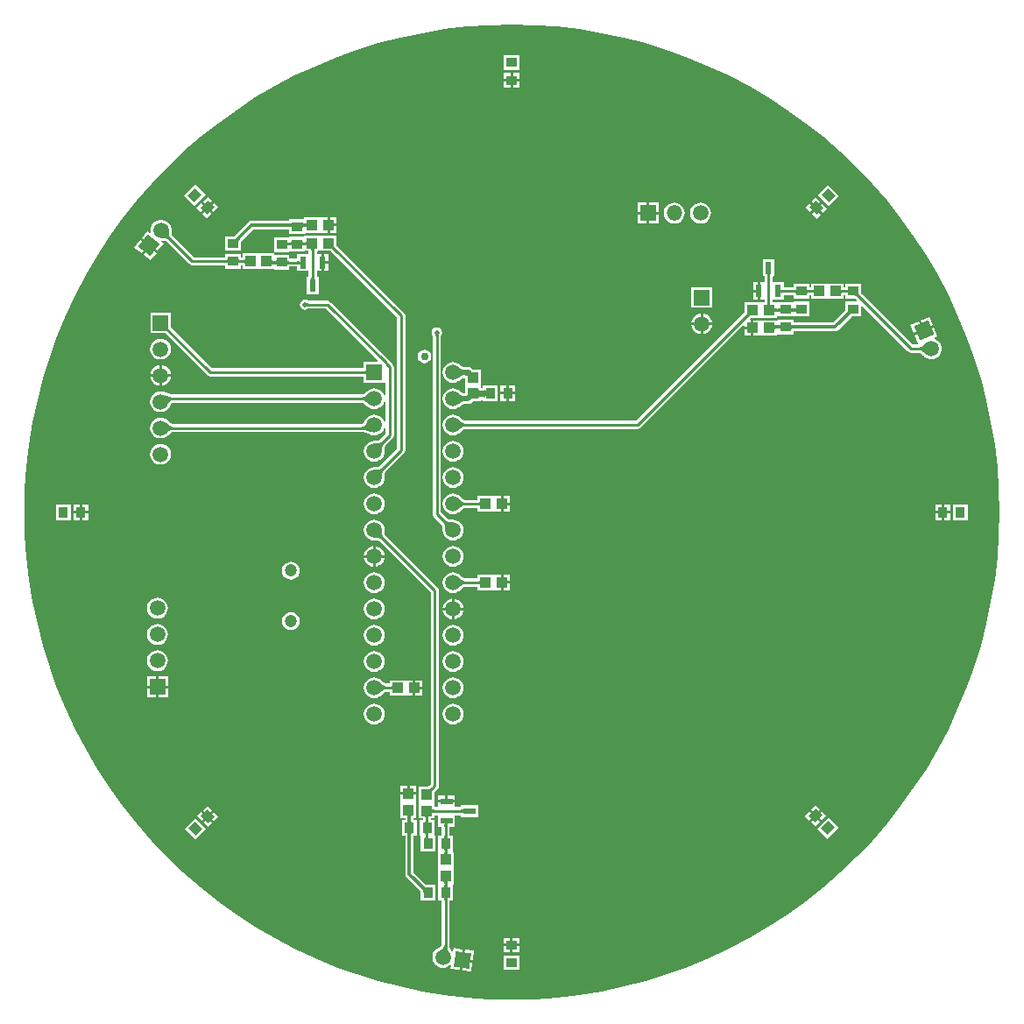
<source format=gbl>
G04 Layer_Physical_Order=2*
G04 Layer_Color=16711680*
%FSLAX25Y25*%
%MOIN*%
G70*
G01*
G75*
%ADD12R,0.03543X0.03937*%
%ADD15R,0.03937X0.03543*%
%ADD16R,0.03937X0.03937*%
%ADD18R,0.03937X0.03937*%
%ADD23C,0.01969*%
%ADD24C,0.01000*%
%ADD25C,0.01181*%
%ADD26P,0.08352X4X217.5*%
%ADD27C,0.05906*%
%ADD28P,0.08352X4X337.5*%
%ADD29P,0.08352X4X97.5*%
%ADD30R,0.05906X0.05906*%
%ADD31O,0.05945X0.05906*%
%ADD32R,0.05906X0.05906*%
%ADD33C,0.04724*%
%ADD34C,0.03000*%
%ADD35C,0.01969*%
G04:AMPARAMS|DCode=36|XSize=39.37mil|YSize=35.43mil|CornerRadius=0mil|HoleSize=0mil|Usage=FLASHONLY|Rotation=225.000|XOffset=0mil|YOffset=0mil|HoleType=Round|Shape=Rectangle|*
%AMROTATEDRECTD36*
4,1,4,0.00139,0.02645,0.02645,0.00139,-0.00139,-0.02645,-0.02645,-0.00139,0.00139,0.02645,0.0*
%
%ADD36ROTATEDRECTD36*%

G04:AMPARAMS|DCode=37|XSize=39.37mil|YSize=35.43mil|CornerRadius=0mil|HoleSize=0mil|Usage=FLASHONLY|Rotation=315.000|XOffset=0mil|YOffset=0mil|HoleType=Round|Shape=Rectangle|*
%AMROTATEDRECTD37*
4,1,4,-0.02645,0.00139,-0.00139,0.02645,0.02645,-0.00139,0.00139,-0.02645,-0.02645,0.00139,0.0*
%
%ADD37ROTATEDRECTD37*%

%ADD38R,0.02362X0.04528*%
%ADD39R,0.04528X0.02362*%
G36*
X8567Y185309D02*
X17117Y184716D01*
X25629Y183728D01*
X34087Y182349D01*
X42472Y180580D01*
X50766Y178426D01*
X58953Y175891D01*
X67013Y172980D01*
X74930Y169701D01*
X82688Y166059D01*
X90269Y162063D01*
X97657Y157721D01*
X104837Y153043D01*
X111793Y148038D01*
X118511Y142717D01*
X124976Y137092D01*
X131174Y131174D01*
X137092Y124976D01*
X142717Y118511D01*
X148038Y111793D01*
X153043Y104837D01*
X157721Y97657D01*
X162063Y90269D01*
X166059Y82688D01*
X169701Y74930D01*
X172980Y67013D01*
X175891Y58953D01*
X178426Y50766D01*
X180580Y42472D01*
X182349Y34087D01*
X183728Y25629D01*
X184716Y17117D01*
X185309Y8567D01*
X185507Y0D01*
X185309Y-8567D01*
X184716Y-17117D01*
X183728Y-25629D01*
X182349Y-34087D01*
X180580Y-42472D01*
X178426Y-50766D01*
X175891Y-58953D01*
X172980Y-67013D01*
X169701Y-74930D01*
X166059Y-82688D01*
X162063Y-90269D01*
X157721Y-97657D01*
X153043Y-104837D01*
X148038Y-111793D01*
X142717Y-118511D01*
X137092Y-124976D01*
X131174Y-131174D01*
X124976Y-137092D01*
X118511Y-142717D01*
X111793Y-148038D01*
X104837Y-153043D01*
X97657Y-157721D01*
X90269Y-162063D01*
X82688Y-166059D01*
X74930Y-169701D01*
X67013Y-172980D01*
X58953Y-175891D01*
X50766Y-178426D01*
X42472Y-180580D01*
X34087Y-182349D01*
X25629Y-183728D01*
X17117Y-184716D01*
X8567Y-185309D01*
X0Y-185507D01*
X-8567Y-185309D01*
X-17117Y-184716D01*
X-25629Y-183728D01*
X-34087Y-182349D01*
X-42472Y-180580D01*
X-50766Y-178426D01*
X-58953Y-175891D01*
X-67013Y-172980D01*
X-74930Y-169701D01*
X-82688Y-166059D01*
X-90269Y-162063D01*
X-97657Y-157721D01*
X-104837Y-153043D01*
X-111793Y-148038D01*
X-118511Y-142717D01*
X-124976Y-137092D01*
X-131174Y-131174D01*
X-137092Y-124976D01*
X-142717Y-118511D01*
X-148038Y-111793D01*
X-153043Y-104837D01*
X-157721Y-97657D01*
X-162063Y-90269D01*
X-166059Y-82688D01*
X-169701Y-74930D01*
X-172980Y-67013D01*
X-175891Y-58953D01*
X-178426Y-50766D01*
X-180580Y-42472D01*
X-182349Y-34087D01*
X-183728Y-25629D01*
X-184716Y-17117D01*
X-185309Y-8567D01*
X-185507Y0D01*
X-185309Y8567D01*
X-184716Y17117D01*
X-183728Y25629D01*
X-182349Y34087D01*
X-180580Y42472D01*
X-178426Y50766D01*
X-175891Y58953D01*
X-172980Y67013D01*
X-169701Y74930D01*
X-166059Y82688D01*
X-162063Y90269D01*
X-157721Y97657D01*
X-153043Y104837D01*
X-148038Y111793D01*
X-142717Y118511D01*
X-137092Y124976D01*
X-131174Y131174D01*
X-124976Y137092D01*
X-118511Y142717D01*
X-111793Y148038D01*
X-104837Y153043D01*
X-97657Y157721D01*
X-90269Y162063D01*
X-82688Y166059D01*
X-74930Y169701D01*
X-67013Y172980D01*
X-58953Y175891D01*
X-50766Y178426D01*
X-42472Y180580D01*
X-34087Y182349D01*
X-25629Y183728D01*
X-17117Y184716D01*
X-8567Y185309D01*
X0Y185507D01*
X8567Y185309D01*
D02*
G37*
%LPC*%
G36*
X-52902Y-12890D02*
X-53434Y-12960D01*
X-54395Y-13358D01*
X-55221Y-13992D01*
X-55854Y-14818D01*
X-56253Y-15779D01*
X-56323Y-16311D01*
X-52902D01*
Y-12890D01*
D02*
G37*
G36*
X-51902D02*
Y-16311D01*
X-48480D01*
X-48551Y-15779D01*
X-48949Y-14818D01*
X-49582Y-13992D01*
X-50408Y-13358D01*
X-51370Y-12960D01*
X-51902Y-12890D01*
D02*
G37*
G36*
X-48480Y-17311D02*
X-51902D01*
Y-20732D01*
X-51370Y-20662D01*
X-50408Y-20264D01*
X-49582Y-19630D01*
X-48949Y-18804D01*
X-48551Y-17843D01*
X-48480Y-17311D01*
D02*
G37*
G36*
X-22402Y-12824D02*
X-23433Y-12960D01*
X-24395Y-13358D01*
X-25221Y-13992D01*
X-25854Y-14818D01*
X-26253Y-15779D01*
X-26388Y-16811D01*
X-26253Y-17843D01*
X-25854Y-18804D01*
X-25221Y-19630D01*
X-24395Y-20264D01*
X-23433Y-20662D01*
X-22402Y-20798D01*
X-21370Y-20662D01*
X-20408Y-20264D01*
X-19582Y-19630D01*
X-18949Y-18804D01*
X-18551Y-17843D01*
X-18415Y-16811D01*
X-18551Y-15779D01*
X-18949Y-14818D01*
X-19582Y-13992D01*
X-20408Y-13358D01*
X-21370Y-12960D01*
X-22402Y-12824D01*
D02*
G37*
G36*
X-52902Y-17311D02*
X-56323D01*
X-56253Y-17843D01*
X-55854Y-18804D01*
X-55221Y-19630D01*
X-54395Y-20264D01*
X-53434Y-20662D01*
X-52902Y-20732D01*
Y-17311D01*
D02*
G37*
G36*
X-161205Y-500D02*
X-163476D01*
Y-2968D01*
X-161205D01*
Y-500D01*
D02*
G37*
G36*
X163476D02*
X161205D01*
Y-2968D01*
X163476D01*
Y-500D01*
D02*
G37*
G36*
X-164476D02*
X-166748D01*
Y-2968D01*
X-164476D01*
Y-500D01*
D02*
G37*
G36*
X-28543Y70330D02*
X-29318Y70176D01*
X-29974Y69738D01*
X-30412Y69081D01*
X-30566Y68307D01*
X-30412Y67533D01*
X-30073Y67024D01*
Y-669D01*
X-29956Y-1255D01*
X-29625Y-1751D01*
X-26738Y-4637D01*
X-26689Y-4712D01*
X-26630Y-4833D01*
X-26569Y-4994D01*
X-26512Y-5195D01*
X-26462Y-5436D01*
X-26424Y-5704D01*
X-26377Y-6396D01*
X-26374Y-6704D01*
X-26388Y-6811D01*
X-26253Y-7843D01*
X-25854Y-8804D01*
X-25221Y-9630D01*
X-24395Y-10264D01*
X-23433Y-10662D01*
X-22402Y-10798D01*
X-21370Y-10662D01*
X-20408Y-10264D01*
X-19582Y-9630D01*
X-18949Y-8804D01*
X-18551Y-7843D01*
X-18415Y-6811D01*
X-18551Y-5779D01*
X-18949Y-4818D01*
X-19582Y-3992D01*
X-20408Y-3358D01*
X-21370Y-2960D01*
X-22402Y-2824D01*
X-22508Y-2838D01*
X-22817Y-2836D01*
X-23509Y-2789D01*
X-23776Y-2750D01*
X-24018Y-2701D01*
X-24219Y-2644D01*
X-24380Y-2583D01*
X-24500Y-2523D01*
X-24576Y-2474D01*
X-27014Y-36D01*
Y67024D01*
X-26674Y67533D01*
X-26520Y68307D01*
X-26674Y69081D01*
X-27113Y69738D01*
X-27769Y70176D01*
X-28543Y70330D01*
D02*
G37*
G36*
X-167898Y2968D02*
X-173441D01*
Y-2968D01*
X-167898D01*
Y2968D01*
D02*
G37*
G36*
X-22902Y-32890D02*
X-23433Y-32960D01*
X-24395Y-33358D01*
X-25221Y-33992D01*
X-25854Y-34818D01*
X-26253Y-35779D01*
X-26323Y-36311D01*
X-22902D01*
Y-32890D01*
D02*
G37*
G36*
X-21902D02*
Y-36311D01*
X-18481D01*
X-18551Y-35779D01*
X-18949Y-34818D01*
X-19582Y-33992D01*
X-20408Y-33358D01*
X-21370Y-32960D01*
X-21902Y-32890D01*
D02*
G37*
G36*
X-134843Y-32549D02*
X-135874Y-32684D01*
X-136836Y-33083D01*
X-137662Y-33716D01*
X-138295Y-34542D01*
X-138693Y-35504D01*
X-138829Y-36535D01*
X-138693Y-37567D01*
X-138295Y-38529D01*
X-137662Y-39355D01*
X-136836Y-39988D01*
X-135874Y-40386D01*
X-134843Y-40522D01*
X-133811Y-40386D01*
X-132849Y-39988D01*
X-132023Y-39355D01*
X-131390Y-38529D01*
X-130991Y-37567D01*
X-130856Y-36535D01*
X-130991Y-35504D01*
X-131390Y-34542D01*
X-132023Y-33716D01*
X-132849Y-33083D01*
X-133811Y-32684D01*
X-134843Y-32549D01*
D02*
G37*
G36*
X-22902Y-37311D02*
X-26323D01*
X-26253Y-37843D01*
X-25854Y-38805D01*
X-25221Y-39630D01*
X-24395Y-40264D01*
X-23433Y-40662D01*
X-22902Y-40732D01*
Y-37311D01*
D02*
G37*
G36*
X-18481D02*
X-21902D01*
Y-40732D01*
X-21370Y-40662D01*
X-20408Y-40264D01*
X-19582Y-39630D01*
X-18949Y-38805D01*
X-18551Y-37843D01*
X-18481Y-37311D01*
D02*
G37*
G36*
X-3240Y-23803D02*
Y-26272D01*
X-772D01*
Y-23803D01*
X-3240D01*
D02*
G37*
G36*
X-84055Y-18892D02*
X-84933Y-19008D01*
X-85751Y-19347D01*
X-86453Y-19885D01*
X-86992Y-20588D01*
X-87331Y-21406D01*
X-87446Y-22284D01*
X-87331Y-23161D01*
X-86992Y-23979D01*
X-86453Y-24681D01*
X-85751Y-25220D01*
X-84933Y-25559D01*
X-84055Y-25675D01*
X-83177Y-25559D01*
X-82359Y-25220D01*
X-81657Y-24681D01*
X-81118Y-23979D01*
X-80779Y-23161D01*
X-80664Y-22284D01*
X-80779Y-21406D01*
X-81118Y-20588D01*
X-81657Y-19885D01*
X-82359Y-19347D01*
X-83177Y-19008D01*
X-84055Y-18892D01*
D02*
G37*
G36*
X-772Y-27272D02*
X-3240D01*
Y-29740D01*
X-772D01*
Y-27272D01*
D02*
G37*
G36*
X-52402Y-22824D02*
X-53434Y-22960D01*
X-54395Y-23358D01*
X-55221Y-23992D01*
X-55854Y-24818D01*
X-56253Y-25779D01*
X-56388Y-26811D01*
X-56253Y-27843D01*
X-55854Y-28804D01*
X-55221Y-29630D01*
X-54395Y-30264D01*
X-53434Y-30662D01*
X-52402Y-30798D01*
X-51370Y-30662D01*
X-50408Y-30264D01*
X-49582Y-29630D01*
X-48949Y-28804D01*
X-48551Y-27843D01*
X-48415Y-26811D01*
X-48551Y-25779D01*
X-48949Y-24818D01*
X-49582Y-23992D01*
X-50408Y-23358D01*
X-51370Y-22960D01*
X-52402Y-22824D01*
D02*
G37*
G36*
X-22402D02*
X-23433Y-22960D01*
X-24395Y-23358D01*
X-25221Y-23992D01*
X-25854Y-24818D01*
X-26253Y-25779D01*
X-26388Y-26811D01*
X-26253Y-27843D01*
X-25854Y-28804D01*
X-25221Y-29630D01*
X-24395Y-30264D01*
X-23433Y-30662D01*
X-22402Y-30798D01*
X-21370Y-30662D01*
X-20408Y-30264D01*
X-19582Y-29630D01*
X-19517Y-29545D01*
X-19297Y-29328D01*
X-18775Y-28872D01*
X-18558Y-28710D01*
X-18352Y-28575D01*
X-18169Y-28473D01*
X-18013Y-28402D01*
X-17886Y-28359D01*
X-17798Y-28340D01*
X-13008D01*
Y-29740D01*
X-7209D01*
X-7071Y-29740D01*
X-6709D01*
X-6571Y-29740D01*
X-4240D01*
Y-26772D01*
Y-23803D01*
X-6571D01*
X-6709Y-23803D01*
X-7071D01*
X-7209Y-23803D01*
X-13008D01*
Y-25282D01*
X-17798D01*
X-17886Y-25263D01*
X-18013Y-25220D01*
X-18170Y-25149D01*
X-18352Y-25047D01*
X-18558Y-24912D01*
X-18775Y-24750D01*
X-19297Y-24294D01*
X-19517Y-24077D01*
X-19582Y-23992D01*
X-20408Y-23358D01*
X-21370Y-22960D01*
X-22402Y-22824D01*
D02*
G37*
G36*
X-2075Y44776D02*
X-4346D01*
Y42307D01*
X-2075D01*
Y44776D01*
D02*
G37*
G36*
X1197D02*
X-1075D01*
Y42307D01*
X1197D01*
Y44776D01*
D02*
G37*
G36*
X-22402Y27176D02*
X-23433Y27040D01*
X-24395Y26642D01*
X-25221Y26008D01*
X-25854Y25182D01*
X-26253Y24221D01*
X-26388Y23189D01*
X-26253Y22157D01*
X-25854Y21196D01*
X-25221Y20370D01*
X-24395Y19736D01*
X-23433Y19338D01*
X-22402Y19202D01*
X-21370Y19338D01*
X-20408Y19736D01*
X-19582Y20370D01*
X-18949Y21196D01*
X-18551Y22157D01*
X-18415Y23189D01*
X-18551Y24221D01*
X-18949Y25182D01*
X-19582Y26008D01*
X-20408Y26642D01*
X-21370Y27040D01*
X-22402Y27176D01*
D02*
G37*
G36*
Y17176D02*
X-23433Y17040D01*
X-24395Y16642D01*
X-25221Y16008D01*
X-25854Y15182D01*
X-26253Y14221D01*
X-26388Y13189D01*
X-26253Y12157D01*
X-25854Y11196D01*
X-25221Y10370D01*
X-24395Y9736D01*
X-23433Y9338D01*
X-22402Y9202D01*
X-21370Y9338D01*
X-20408Y9736D01*
X-19582Y10370D01*
X-18949Y11196D01*
X-18551Y12157D01*
X-18415Y13189D01*
X-18551Y14221D01*
X-18949Y15182D01*
X-19582Y16008D01*
X-20408Y16642D01*
X-21370Y17040D01*
X-22402Y17176D01*
D02*
G37*
G36*
X-133661Y26034D02*
X-134693Y25898D01*
X-135655Y25500D01*
X-136481Y24866D01*
X-137114Y24041D01*
X-137512Y23079D01*
X-137648Y22047D01*
X-137512Y21015D01*
X-137114Y20054D01*
X-136481Y19228D01*
X-135655Y18595D01*
X-134693Y18196D01*
X-133661Y18060D01*
X-132630Y18196D01*
X-131668Y18595D01*
X-130842Y19228D01*
X-130209Y20054D01*
X-129810Y21015D01*
X-129675Y22047D01*
X-129810Y23079D01*
X-130209Y24041D01*
X-130842Y24866D01*
X-131668Y25500D01*
X-132630Y25898D01*
X-133661Y26034D01*
D02*
G37*
G36*
X-134161Y51547D02*
X-137582D01*
X-137512Y51015D01*
X-137114Y50054D01*
X-136481Y49228D01*
X-135655Y48594D01*
X-134693Y48196D01*
X-134161Y48126D01*
Y51547D01*
D02*
G37*
G36*
X-129740D02*
X-133161D01*
Y48126D01*
X-132630Y48196D01*
X-131668Y48594D01*
X-130842Y49228D01*
X-130209Y50054D01*
X-129810Y51015D01*
X-129740Y51547D01*
D02*
G37*
G36*
X1197Y48244D02*
X-1075D01*
Y45776D01*
X1197D01*
Y48244D01*
D02*
G37*
G36*
X-22402Y57176D02*
X-23433Y57040D01*
X-24395Y56642D01*
X-25221Y56008D01*
X-25854Y55182D01*
X-26253Y54221D01*
X-26388Y53189D01*
X-26253Y52157D01*
X-25854Y51196D01*
X-25221Y50370D01*
X-24395Y49736D01*
X-23433Y49338D01*
X-22402Y49202D01*
X-21370Y49338D01*
X-20408Y49736D01*
X-19582Y50370D01*
X-19523Y50448D01*
X-19399Y50566D01*
X-19234Y50703D01*
X-19069Y50820D01*
X-18904Y50919D01*
X-18738Y51001D01*
X-18570Y51067D01*
X-18399Y51118D01*
X-18222Y51154D01*
X-18197Y51157D01*
X-17732Y51043D01*
Y48547D01*
X-17732Y48409D01*
Y48047D01*
X-17732Y47909D01*
Y45335D01*
X-18197Y45221D01*
X-18222Y45224D01*
X-18399Y45260D01*
X-18570Y45311D01*
X-18738Y45377D01*
X-18904Y45459D01*
X-19069Y45558D01*
X-19234Y45675D01*
X-19399Y45812D01*
X-19523Y45930D01*
X-19582Y46008D01*
X-20408Y46642D01*
X-21370Y47040D01*
X-22402Y47176D01*
X-23433Y47040D01*
X-24395Y46642D01*
X-25221Y46008D01*
X-25854Y45182D01*
X-26253Y44221D01*
X-26388Y43189D01*
X-26253Y42157D01*
X-25854Y41195D01*
X-25221Y40370D01*
X-24395Y39736D01*
X-23433Y39338D01*
X-22402Y39202D01*
X-21370Y39338D01*
X-20408Y39736D01*
X-19582Y40370D01*
X-19523Y40448D01*
X-19399Y40566D01*
X-19234Y40703D01*
X-19069Y40820D01*
X-18904Y40919D01*
X-18738Y41001D01*
X-18570Y41067D01*
X-18399Y41118D01*
X-18222Y41154D01*
X-18128Y41166D01*
X-16654D01*
X-15879Y41320D01*
X-15223Y41758D01*
X-14871Y42110D01*
X-12921D01*
X-12915Y42108D01*
X-12895Y42110D01*
X-12845D01*
X-12807Y42103D01*
X-12769Y42110D01*
X-11795D01*
Y42669D01*
X-11486Y42830D01*
X-11039Y42540D01*
Y42307D01*
X-10065D01*
X-10027Y42300D01*
X-9989Y42307D01*
X-5496D01*
Y48244D01*
X-11039D01*
Y47480D01*
X-11409Y47259D01*
X-11795Y47489D01*
X-11795Y48409D01*
X-11795Y48547D01*
Y54347D01*
X-14871D01*
X-15144Y54619D01*
X-15801Y55058D01*
X-16575Y55212D01*
X-18128D01*
X-18222Y55224D01*
X-18399Y55260D01*
X-18570Y55311D01*
X-18738Y55377D01*
X-18904Y55459D01*
X-19069Y55558D01*
X-19234Y55675D01*
X-19399Y55812D01*
X-19523Y55930D01*
X-19582Y56008D01*
X-20408Y56642D01*
X-21370Y57040D01*
X-22402Y57176D01*
D02*
G37*
G36*
X-2075Y48244D02*
X-4346D01*
Y45776D01*
X-2075D01*
Y48244D01*
D02*
G37*
G36*
X-22402Y7176D02*
X-23433Y7040D01*
X-24395Y6642D01*
X-25221Y6008D01*
X-25854Y5182D01*
X-26253Y4221D01*
X-26388Y3189D01*
X-26253Y2157D01*
X-25854Y1196D01*
X-25221Y370D01*
X-24395Y-264D01*
X-23433Y-662D01*
X-22402Y-798D01*
X-21370Y-662D01*
X-20408Y-264D01*
X-19582Y370D01*
X-19525Y444D01*
X-19328Y634D01*
X-18796Y1088D01*
X-18575Y1250D01*
X-18366Y1385D01*
X-18180Y1487D01*
X-18021Y1559D01*
X-17892Y1602D01*
X-17804Y1620D01*
X-13008D01*
Y181D01*
X-7209D01*
X-7071Y181D01*
X-6709D01*
X-6571Y181D01*
X-4240D01*
Y3150D01*
Y6118D01*
X-6571D01*
X-6709Y6118D01*
X-7071D01*
X-7209Y6118D01*
X-13008D01*
Y4679D01*
X-17792D01*
X-17879Y4698D01*
X-18005Y4740D01*
X-18160Y4811D01*
X-18339Y4913D01*
X-18541Y5048D01*
X-18754Y5210D01*
X-19266Y5667D01*
X-19510Y5914D01*
X-19582Y6008D01*
X-20408Y6642D01*
X-21370Y7040D01*
X-22402Y7176D01*
D02*
G37*
G36*
X-772Y2650D02*
X-3240D01*
Y181D01*
X-772D01*
Y2650D01*
D02*
G37*
G36*
X-52402Y7176D02*
X-53434Y7040D01*
X-54395Y6642D01*
X-55221Y6008D01*
X-55854Y5182D01*
X-56253Y4221D01*
X-56388Y3189D01*
X-56253Y2157D01*
X-55854Y1196D01*
X-55221Y370D01*
X-54395Y-264D01*
X-53434Y-662D01*
X-52402Y-798D01*
X-51370Y-662D01*
X-50408Y-264D01*
X-49582Y370D01*
X-48949Y1196D01*
X-48551Y2157D01*
X-48415Y3189D01*
X-48551Y4221D01*
X-48949Y5182D01*
X-49582Y6008D01*
X-50408Y6642D01*
X-51370Y7040D01*
X-52402Y7176D01*
D02*
G37*
G36*
X166748Y-500D02*
X164476D01*
Y-2968D01*
X166748D01*
Y-500D01*
D02*
G37*
G36*
X173441Y2968D02*
X167898D01*
Y-2968D01*
X173441D01*
Y2968D01*
D02*
G37*
G36*
X166748D02*
X164476D01*
Y500D01*
X166748D01*
Y2968D01*
D02*
G37*
G36*
X-3240Y6118D02*
Y3650D01*
X-772D01*
Y6118D01*
X-3240D01*
D02*
G37*
G36*
X163476Y2968D02*
X161205D01*
Y500D01*
X163476D01*
Y2968D01*
D02*
G37*
G36*
X-164476D02*
X-166748D01*
Y500D01*
X-164476D01*
Y2968D01*
D02*
G37*
G36*
X-161205D02*
X-163476D01*
Y500D01*
X-161205D01*
Y2968D01*
D02*
G37*
G36*
X-52402Y-32824D02*
X-53434Y-32960D01*
X-54395Y-33358D01*
X-55221Y-33992D01*
X-55854Y-34818D01*
X-56253Y-35779D01*
X-56388Y-36811D01*
X-56253Y-37843D01*
X-55854Y-38805D01*
X-55221Y-39630D01*
X-54395Y-40264D01*
X-53434Y-40662D01*
X-52402Y-40798D01*
X-51370Y-40662D01*
X-50408Y-40264D01*
X-49582Y-39630D01*
X-48949Y-38805D01*
X-48551Y-37843D01*
X-48415Y-36811D01*
X-48551Y-35779D01*
X-48949Y-34818D01*
X-49582Y-33992D01*
X-50408Y-33358D01*
X-51370Y-32960D01*
X-52402Y-32824D01*
D02*
G37*
G36*
X-118196Y-113998D02*
X-119803Y-115605D01*
X-118057Y-117350D01*
X-116451Y-115744D01*
X-118196Y-113998D01*
D02*
G37*
G36*
X113234Y-113941D02*
X111488Y-115686D01*
X113094Y-117293D01*
X114840Y-115547D01*
X113234Y-113941D01*
D02*
G37*
G36*
X-113431Y-114138D02*
X-115037Y-115744D01*
X-113291Y-117489D01*
X-111685Y-115883D01*
X-113431Y-114138D01*
D02*
G37*
G36*
X-115744Y-116451D02*
X-117350Y-118057D01*
X-115605Y-119803D01*
X-113998Y-118196D01*
X-115744Y-116451D01*
D02*
G37*
G36*
X115547Y-116254D02*
X113802Y-118000D01*
X115408Y-119606D01*
X117153Y-117860D01*
X115547Y-116254D01*
D02*
G37*
G36*
X115686Y-111488D02*
X113941Y-113234D01*
X115547Y-114840D01*
X117293Y-113094D01*
X115686Y-111488D01*
D02*
G37*
G36*
X-25402Y-107858D02*
X-28165D01*
Y-109539D01*
X-25402D01*
Y-107858D01*
D02*
G37*
G36*
X-115883Y-111685D02*
X-117489Y-113291D01*
X-115744Y-115037D01*
X-114138Y-113431D01*
X-115883Y-111685D01*
D02*
G37*
G36*
X118000Y-113802D02*
X116254Y-115547D01*
X117860Y-117153D01*
X119606Y-115408D01*
X118000Y-113802D01*
D02*
G37*
G36*
X-52402Y-2824D02*
X-53434Y-2960D01*
X-54395Y-3358D01*
X-55221Y-3992D01*
X-55854Y-4818D01*
X-56253Y-5779D01*
X-56388Y-6811D01*
X-56253Y-7843D01*
X-55854Y-8804D01*
X-55221Y-9630D01*
X-54395Y-10264D01*
X-53434Y-10662D01*
X-52402Y-10798D01*
X-52295Y-10784D01*
X-51986Y-10786D01*
X-51294Y-10833D01*
X-51027Y-10872D01*
X-50786Y-10922D01*
X-50584Y-10978D01*
X-50423Y-11039D01*
X-50303Y-11099D01*
X-50228Y-11148D01*
X-30860Y-30515D01*
Y-103479D01*
X-31495Y-104113D01*
X-31654Y-104261D01*
X-31774Y-104358D01*
X-35514D01*
Y-110157D01*
X-35514Y-110295D01*
Y-110657D01*
X-35514Y-110795D01*
Y-116594D01*
X-33921D01*
Y-117110D01*
X-35055D01*
Y-123047D01*
X-34661D01*
Y-128953D01*
X-29118D01*
Y-123016D01*
X-29512D01*
Y-117110D01*
X-30862D01*
Y-116594D01*
X-29577D01*
Y-115309D01*
X-28653D01*
X-28165Y-115339D01*
X-28165Y-115809D01*
Y-119701D01*
X-26726D01*
Y-123016D01*
X-27968D01*
Y-128953D01*
X-28165Y-129315D01*
X-28165D01*
Y-135114D01*
X-28165Y-135252D01*
Y-135614D01*
X-28165Y-135752D01*
Y-141551D01*
X-28165D01*
X-27968Y-141913D01*
Y-147850D01*
X-26726D01*
Y-164782D01*
X-26743Y-164856D01*
X-26773Y-164931D01*
X-26821Y-165015D01*
X-26895Y-165110D01*
X-27003Y-165217D01*
X-27147Y-165334D01*
X-27333Y-165456D01*
X-27561Y-165582D01*
X-27725Y-165658D01*
X-27795Y-165677D01*
X-28696Y-166197D01*
X-29432Y-166933D01*
X-29953Y-167834D01*
X-30222Y-168840D01*
Y-169880D01*
X-29953Y-170886D01*
X-29432Y-171787D01*
X-28696Y-172523D01*
X-27795Y-173043D01*
X-26790Y-173313D01*
X-25749D01*
X-24744Y-173043D01*
X-23842Y-172523D01*
X-23600Y-172281D01*
X-23127Y-172514D01*
X-23288Y-173739D01*
X-19865Y-174190D01*
X-19349Y-170271D01*
X-18833Y-166352D01*
X-22256Y-165902D01*
X-22405Y-167037D01*
X-22919Y-167110D01*
X-23041Y-166835D01*
X-23460Y-165789D01*
X-23619Y-165313D01*
X-23658Y-165167D01*
X-23667Y-165118D01*
Y-147850D01*
X-22425D01*
Y-141913D01*
X-22228Y-141551D01*
X-22228D01*
Y-135752D01*
X-22228Y-135614D01*
Y-135252D01*
X-22228Y-135114D01*
Y-129315D01*
X-22228D01*
X-22425Y-128953D01*
Y-123016D01*
X-23667D01*
Y-119701D01*
X-21638D01*
X-21638Y-115339D01*
X-21150Y-115309D01*
X-19307D01*
Y-115961D01*
X-12779D01*
Y-111598D01*
X-19307D01*
Y-112250D01*
X-21150D01*
X-21638Y-112221D01*
X-21638Y-111750D01*
Y-110539D01*
X-28165D01*
X-28165Y-112221D01*
X-28653Y-112250D01*
X-29223D01*
X-29577Y-111897D01*
Y-110795D01*
X-29577Y-110657D01*
Y-110295D01*
X-29577Y-110157D01*
Y-106558D01*
X-29370Y-106314D01*
X-28249Y-105193D01*
X-27918Y-104697D01*
X-27801Y-104112D01*
Y-29882D01*
X-27918Y-29297D01*
X-28249Y-28800D01*
X-48065Y-8985D01*
X-48114Y-8910D01*
X-48173Y-8789D01*
X-48234Y-8628D01*
X-48291Y-8427D01*
X-48341Y-8186D01*
X-48379Y-7918D01*
X-48426Y-7226D01*
X-48429Y-6918D01*
X-48415Y-6811D01*
X-48551Y-5779D01*
X-48949Y-4818D01*
X-49582Y-3992D01*
X-50408Y-3358D01*
X-51370Y-2960D01*
X-52402Y-2824D01*
D02*
G37*
G36*
X-697Y-165264D02*
X-3165D01*
Y-167535D01*
X-697D01*
Y-165264D01*
D02*
G37*
G36*
X2772D02*
X303D01*
Y-167535D01*
X2772D01*
Y-165264D01*
D02*
G37*
G36*
X-17841Y-166483D02*
X-18292Y-169906D01*
X-14869Y-170357D01*
X-14418Y-166933D01*
X-17841Y-166483D01*
D02*
G37*
G36*
X-18422Y-170897D02*
X-18873Y-174321D01*
X-15450Y-174771D01*
X-14999Y-171348D01*
X-18422Y-170897D01*
D02*
G37*
G36*
X2772Y-168685D02*
X-3165D01*
Y-174228D01*
X2772D01*
Y-168685D01*
D02*
G37*
G36*
X-120616Y-116418D02*
X-124535Y-120337D01*
X-120337Y-124535D01*
X-116418Y-120616D01*
X-120616Y-116418D01*
D02*
G37*
G36*
X120419Y-116221D02*
X116221Y-120419D01*
X120141Y-124339D01*
X124339Y-120141D01*
X120419Y-116221D01*
D02*
G37*
G36*
X-36402Y-107587D02*
X-42339D01*
Y-109917D01*
X-42339Y-110055D01*
Y-110417D01*
X-42339Y-110555D01*
Y-116354D01*
X-40598D01*
Y-117110D01*
X-41748D01*
Y-123047D01*
X-40598D01*
Y-137795D01*
X-40475Y-138416D01*
X-40123Y-138942D01*
X-34941Y-144124D01*
X-34847Y-144230D01*
X-34723Y-144386D01*
X-34661Y-144475D01*
Y-144905D01*
X-34662Y-144912D01*
X-34661Y-144914D01*
Y-147850D01*
X-29118D01*
Y-141913D01*
X-32103D01*
X-32129Y-141907D01*
X-32172Y-141913D01*
X-32288D01*
X-32295Y-141913D01*
X-32297Y-141913D01*
X-32512D01*
X-32525Y-141904D01*
X-32850Y-141628D01*
X-37355Y-137124D01*
Y-123047D01*
X-36205D01*
Y-117110D01*
X-37355D01*
Y-116354D01*
X-36402D01*
Y-110555D01*
X-36402Y-110417D01*
Y-110055D01*
X-36402Y-109917D01*
Y-107587D01*
D02*
G37*
G36*
X-697Y-161992D02*
X-3165D01*
Y-164264D01*
X-697D01*
Y-161992D01*
D02*
G37*
G36*
X2772D02*
X303D01*
Y-164264D01*
X2772D01*
Y-161992D01*
D02*
G37*
G36*
X-52402Y-52824D02*
X-53434Y-52960D01*
X-54395Y-53358D01*
X-55221Y-53992D01*
X-55854Y-54818D01*
X-56253Y-55779D01*
X-56388Y-56811D01*
X-56253Y-57843D01*
X-55854Y-58804D01*
X-55221Y-59630D01*
X-54395Y-60264D01*
X-53434Y-60662D01*
X-52402Y-60798D01*
X-51370Y-60662D01*
X-50408Y-60264D01*
X-49582Y-59630D01*
X-48949Y-58804D01*
X-48551Y-57843D01*
X-48415Y-56811D01*
X-48551Y-55779D01*
X-48949Y-54818D01*
X-49582Y-53992D01*
X-50408Y-53358D01*
X-51370Y-52960D01*
X-52402Y-52824D01*
D02*
G37*
G36*
X-22402D02*
X-23433Y-52960D01*
X-24395Y-53358D01*
X-25221Y-53992D01*
X-25854Y-54818D01*
X-26253Y-55779D01*
X-26388Y-56811D01*
X-26253Y-57843D01*
X-25854Y-58804D01*
X-25221Y-59630D01*
X-24395Y-60264D01*
X-23433Y-60662D01*
X-22402Y-60798D01*
X-21370Y-60662D01*
X-20408Y-60264D01*
X-19582Y-59630D01*
X-18949Y-58804D01*
X-18551Y-57843D01*
X-18415Y-56811D01*
X-18551Y-55779D01*
X-18949Y-54818D01*
X-19582Y-53992D01*
X-20408Y-53358D01*
X-21370Y-52960D01*
X-22402Y-52824D01*
D02*
G37*
G36*
X-130890Y-62583D02*
X-134343D01*
Y-66035D01*
X-130890D01*
Y-62583D01*
D02*
G37*
G36*
X-36705Y-63961D02*
Y-66429D01*
X-34236D01*
Y-63961D01*
X-36705D01*
D02*
G37*
G36*
X-135343Y-62583D02*
X-138795D01*
Y-66035D01*
X-135343D01*
Y-62583D01*
D02*
G37*
G36*
X-134843Y-42549D02*
X-135874Y-42684D01*
X-136836Y-43083D01*
X-137662Y-43716D01*
X-138295Y-44542D01*
X-138693Y-45504D01*
X-138829Y-46535D01*
X-138693Y-47567D01*
X-138295Y-48529D01*
X-137662Y-49355D01*
X-136836Y-49988D01*
X-135874Y-50386D01*
X-134843Y-50522D01*
X-133811Y-50386D01*
X-132849Y-49988D01*
X-132023Y-49355D01*
X-131390Y-48529D01*
X-130991Y-47567D01*
X-130856Y-46535D01*
X-130991Y-45504D01*
X-131390Y-44542D01*
X-132023Y-43716D01*
X-132849Y-43083D01*
X-133811Y-42684D01*
X-134843Y-42549D01*
D02*
G37*
G36*
X-84055Y-38105D02*
X-84933Y-38220D01*
X-85751Y-38559D01*
X-86453Y-39098D01*
X-86992Y-39801D01*
X-87331Y-40618D01*
X-87446Y-41496D01*
X-87331Y-42374D01*
X-86992Y-43192D01*
X-86453Y-43894D01*
X-85751Y-44433D01*
X-84933Y-44772D01*
X-84055Y-44887D01*
X-83177Y-44772D01*
X-82359Y-44433D01*
X-81657Y-43894D01*
X-81118Y-43192D01*
X-80779Y-42374D01*
X-80664Y-41496D01*
X-80779Y-40618D01*
X-81118Y-39801D01*
X-81657Y-39098D01*
X-82359Y-38559D01*
X-83177Y-38220D01*
X-84055Y-38105D01*
D02*
G37*
G36*
X-22402Y-42824D02*
X-23433Y-42960D01*
X-24395Y-43358D01*
X-25221Y-43992D01*
X-25854Y-44818D01*
X-26253Y-45779D01*
X-26388Y-46811D01*
X-26253Y-47843D01*
X-25854Y-48805D01*
X-25221Y-49630D01*
X-24395Y-50264D01*
X-23433Y-50662D01*
X-22402Y-50798D01*
X-21370Y-50662D01*
X-20408Y-50264D01*
X-19582Y-49630D01*
X-18949Y-48805D01*
X-18551Y-47843D01*
X-18415Y-46811D01*
X-18551Y-45779D01*
X-18949Y-44818D01*
X-19582Y-43992D01*
X-20408Y-43358D01*
X-21370Y-42960D01*
X-22402Y-42824D01*
D02*
G37*
G36*
X-134843Y-52549D02*
X-135874Y-52684D01*
X-136836Y-53083D01*
X-137662Y-53716D01*
X-138295Y-54542D01*
X-138693Y-55503D01*
X-138829Y-56535D01*
X-138693Y-57567D01*
X-138295Y-58529D01*
X-137662Y-59355D01*
X-136836Y-59988D01*
X-135874Y-60386D01*
X-134843Y-60522D01*
X-133811Y-60386D01*
X-132849Y-59988D01*
X-132023Y-59355D01*
X-131390Y-58529D01*
X-130991Y-57567D01*
X-130856Y-56535D01*
X-130991Y-55503D01*
X-131390Y-54542D01*
X-132023Y-53716D01*
X-132849Y-53083D01*
X-133811Y-52684D01*
X-134843Y-52549D01*
D02*
G37*
G36*
X-52402Y-42824D02*
X-53434Y-42960D01*
X-54395Y-43358D01*
X-55221Y-43992D01*
X-55854Y-44818D01*
X-56253Y-45779D01*
X-56388Y-46811D01*
X-56253Y-47843D01*
X-55854Y-48805D01*
X-55221Y-49630D01*
X-54395Y-50264D01*
X-53434Y-50662D01*
X-52402Y-50798D01*
X-51370Y-50662D01*
X-50408Y-50264D01*
X-49582Y-49630D01*
X-48949Y-48805D01*
X-48551Y-47843D01*
X-48415Y-46811D01*
X-48551Y-45779D01*
X-48949Y-44818D01*
X-49582Y-43992D01*
X-50408Y-43358D01*
X-51370Y-42960D01*
X-52402Y-42824D01*
D02*
G37*
G36*
Y-72824D02*
X-53434Y-72960D01*
X-54395Y-73358D01*
X-55221Y-73992D01*
X-55854Y-74818D01*
X-56253Y-75779D01*
X-56388Y-76811D01*
X-56253Y-77843D01*
X-55854Y-78804D01*
X-55221Y-79630D01*
X-54395Y-80264D01*
X-53434Y-80662D01*
X-52402Y-80798D01*
X-51370Y-80662D01*
X-50408Y-80264D01*
X-49582Y-79630D01*
X-48949Y-78804D01*
X-48551Y-77843D01*
X-48415Y-76811D01*
X-48551Y-75779D01*
X-48949Y-74818D01*
X-49582Y-73992D01*
X-50408Y-73358D01*
X-51370Y-72960D01*
X-52402Y-72824D01*
D02*
G37*
G36*
X-22402D02*
X-23433Y-72960D01*
X-24395Y-73358D01*
X-25221Y-73992D01*
X-25854Y-74818D01*
X-26253Y-75779D01*
X-26388Y-76811D01*
X-26253Y-77843D01*
X-25854Y-78804D01*
X-25221Y-79630D01*
X-24395Y-80264D01*
X-23433Y-80662D01*
X-22402Y-80798D01*
X-21370Y-80662D01*
X-20408Y-80264D01*
X-19582Y-79630D01*
X-18949Y-78804D01*
X-18551Y-77843D01*
X-18415Y-76811D01*
X-18551Y-75779D01*
X-18949Y-74818D01*
X-19582Y-73992D01*
X-20408Y-73358D01*
X-21370Y-72960D01*
X-22402Y-72824D01*
D02*
G37*
G36*
X-36402Y-104118D02*
X-38870D01*
Y-106587D01*
X-36402D01*
Y-104118D01*
D02*
G37*
G36*
X-21638Y-107858D02*
X-24402D01*
Y-109539D01*
X-21638D01*
Y-107858D01*
D02*
G37*
G36*
X-39870Y-104118D02*
X-42339D01*
Y-106587D01*
X-39870D01*
Y-104118D01*
D02*
G37*
G36*
X-52402Y-62824D02*
X-53434Y-62960D01*
X-54395Y-63358D01*
X-55221Y-63992D01*
X-55854Y-64818D01*
X-56253Y-65779D01*
X-56388Y-66811D01*
X-56253Y-67843D01*
X-55854Y-68804D01*
X-55221Y-69630D01*
X-54395Y-70264D01*
X-53434Y-70662D01*
X-52402Y-70798D01*
X-51370Y-70662D01*
X-50408Y-70264D01*
X-49582Y-69630D01*
X-49517Y-69545D01*
X-49297Y-69328D01*
X-48775Y-68872D01*
X-48558Y-68710D01*
X-48352Y-68575D01*
X-48169Y-68473D01*
X-48013Y-68402D01*
X-47886Y-68359D01*
X-47798Y-68340D01*
X-46472D01*
Y-69898D01*
X-40673D01*
X-40535Y-69898D01*
X-40173D01*
X-40035Y-69898D01*
X-37705D01*
Y-66929D01*
Y-63961D01*
X-40035D01*
X-40173Y-63961D01*
X-40535D01*
X-40673Y-63961D01*
X-46472D01*
Y-65282D01*
X-47798D01*
X-47886Y-65263D01*
X-48013Y-65220D01*
X-48170Y-65149D01*
X-48352Y-65047D01*
X-48558Y-64912D01*
X-48775Y-64750D01*
X-49297Y-64294D01*
X-49517Y-64077D01*
X-49582Y-63992D01*
X-50408Y-63358D01*
X-51370Y-62960D01*
X-52402Y-62824D01*
D02*
G37*
G36*
X-34236Y-67429D02*
X-36705D01*
Y-69898D01*
X-34236D01*
Y-67429D01*
D02*
G37*
G36*
X-130890Y-67035D02*
X-134343D01*
Y-70488D01*
X-130890D01*
Y-67035D01*
D02*
G37*
G36*
X-22402Y-62824D02*
X-23433Y-62960D01*
X-24395Y-63358D01*
X-25221Y-63992D01*
X-25854Y-64818D01*
X-26253Y-65779D01*
X-26388Y-66811D01*
X-26253Y-67843D01*
X-25854Y-68804D01*
X-25221Y-69630D01*
X-24395Y-70264D01*
X-23433Y-70662D01*
X-22402Y-70798D01*
X-21370Y-70662D01*
X-20408Y-70264D01*
X-19582Y-69630D01*
X-18949Y-68804D01*
X-18551Y-67843D01*
X-18415Y-66811D01*
X-18551Y-65779D01*
X-18949Y-64818D01*
X-19582Y-63992D01*
X-20408Y-63358D01*
X-21370Y-62960D01*
X-22402Y-62824D01*
D02*
G37*
G36*
X-135343Y-67035D02*
X-138795D01*
Y-70488D01*
X-135343D01*
Y-67035D01*
D02*
G37*
G36*
X-134161Y55968D02*
X-134693Y55898D01*
X-135655Y55500D01*
X-136481Y54866D01*
X-137114Y54041D01*
X-137512Y53079D01*
X-137582Y52547D01*
X-134161D01*
Y55968D01*
D02*
G37*
G36*
X51272Y117732D02*
X47819D01*
Y114279D01*
X51272D01*
Y117732D01*
D02*
G37*
G36*
X72744Y75614D02*
Y72193D01*
X76165D01*
X76095Y72725D01*
X75697Y73686D01*
X75063Y74512D01*
X74238Y75146D01*
X73276Y75544D01*
X72744Y75614D01*
D02*
G37*
G36*
X-118254Y117547D02*
X-120000Y115802D01*
X-118393Y114195D01*
X-116648Y115941D01*
X-118254Y117547D01*
D02*
G37*
G36*
X61791Y117766D02*
X61752D01*
X60720Y117631D01*
X59759Y117232D01*
X58933Y116599D01*
X58299Y115773D01*
X57901Y114811D01*
X57765Y113779D01*
X57901Y112748D01*
X58299Y111786D01*
X58933Y110960D01*
X59759Y110327D01*
X60720Y109929D01*
X61752Y109793D01*
X61791D01*
X62823Y109929D01*
X63785Y110327D01*
X64610Y110960D01*
X65244Y111786D01*
X65642Y112748D01*
X65778Y113779D01*
X65642Y114811D01*
X65244Y115773D01*
X64610Y116599D01*
X63785Y117232D01*
X62823Y117631D01*
X61791Y117766D01*
D02*
G37*
G36*
X-69185Y112221D02*
Y109752D01*
X-66716D01*
Y112221D01*
X-69185D01*
D02*
G37*
G36*
X71744Y75614D02*
X71212Y75544D01*
X70251Y75146D01*
X69425Y74512D01*
X68791Y73686D01*
X68393Y72725D01*
X68323Y72193D01*
X71744D01*
Y75614D01*
D02*
G37*
G36*
X-113488Y117686D02*
X-115234Y115941D01*
X-113627Y114334D01*
X-111882Y116080D01*
X-113488Y117686D01*
D02*
G37*
G36*
X-66716Y108752D02*
X-69185D01*
Y106283D01*
X-66716D01*
Y108752D01*
D02*
G37*
G36*
X55724Y117732D02*
X52272D01*
Y114279D01*
X55724D01*
Y117732D01*
D02*
G37*
G36*
X158873Y74279D02*
X155683Y72958D01*
X157004Y69768D01*
X160194Y71089D01*
X158873Y74279D01*
D02*
G37*
G36*
X-71547Y98244D02*
Y95480D01*
X-69866D01*
Y98244D01*
X-71547D01*
D02*
G37*
G36*
X113291Y117489D02*
X111685Y115883D01*
X113431Y114138D01*
X115037Y115744D01*
X113291Y117489D01*
D02*
G37*
G36*
X-72654Y112221D02*
X-73016D01*
X-73154Y112221D01*
X-78953D01*
Y111433D01*
X-79694D01*
X-79731Y111441D01*
X-79770Y111433D01*
X-79826D01*
X-79845Y111435D01*
X-79851Y111433D01*
X-83535D01*
X-83540Y111435D01*
X-83560Y111433D01*
X-83615D01*
X-83655Y111441D01*
X-83692Y111433D01*
X-84661D01*
Y110874D01*
X-99016D01*
X-99636Y110750D01*
X-100162Y110399D01*
X-105345Y105216D01*
X-105450Y105123D01*
X-105606Y104999D01*
X-105696Y104937D01*
X-106125D01*
X-106132Y104938D01*
X-106134Y104937D01*
X-109071D01*
Y99394D01*
X-103134D01*
Y102378D01*
X-103127Y102404D01*
X-103134Y102447D01*
Y102564D01*
X-103133Y102571D01*
X-103134Y102573D01*
Y102788D01*
X-103125Y102801D01*
X-102849Y103126D01*
X-98344Y107630D01*
X-84661D01*
Y105890D01*
X-78724D01*
Y105930D01*
X-78371Y106283D01*
X-73154D01*
X-73016Y106283D01*
X-72654D01*
X-72516Y106283D01*
X-70185D01*
Y109252D01*
Y112221D01*
X-72516D01*
X-72654Y112221D01*
D02*
G37*
G36*
X71772Y117766D02*
X70740Y117631D01*
X69778Y117232D01*
X68953Y116599D01*
X68319Y115773D01*
X67921Y114811D01*
X67785Y113779D01*
X67921Y112748D01*
X68319Y111786D01*
X68953Y110960D01*
X69778Y110327D01*
X70740Y109929D01*
X71772Y109793D01*
X72803Y109929D01*
X73765Y110327D01*
X74591Y110960D01*
X75224Y111786D01*
X75623Y112748D01*
X75758Y113779D01*
X75623Y114811D01*
X75224Y115773D01*
X74591Y116599D01*
X73765Y117232D01*
X72803Y117631D01*
X71772Y117766D01*
D02*
G37*
G36*
X51272Y113279D02*
X47819D01*
Y109827D01*
X51272D01*
Y113279D01*
D02*
G37*
G36*
X55724D02*
X52272D01*
Y109827D01*
X55724D01*
Y113279D01*
D02*
G37*
G36*
X93398Y87417D02*
X91716D01*
Y84654D01*
X93398D01*
Y87417D01*
D02*
G37*
G36*
X-69866Y94480D02*
X-71547D01*
Y91716D01*
X-69866D01*
Y94480D01*
D02*
G37*
G36*
X118057Y117350D02*
X116451Y115744D01*
X118196Y113998D01*
X119803Y115605D01*
X118057Y117350D01*
D02*
G37*
G36*
X76197Y85646D02*
X68291D01*
Y77740D01*
X76197D01*
Y85646D01*
D02*
G37*
G36*
X-115941Y115234D02*
X-117686Y113488D01*
X-116080Y111882D01*
X-114334Y113627D01*
X-115941Y115234D01*
D02*
G37*
G36*
X115744Y115037D02*
X114138Y113431D01*
X115883Y111685D01*
X117489Y113291D01*
X115744Y115037D01*
D02*
G37*
G36*
X93398Y83653D02*
X91716D01*
Y80890D01*
X93398D01*
Y83653D01*
D02*
G37*
G36*
X-137985Y100697D02*
X-140087Y97958D01*
X-137348Y95856D01*
X-135246Y98595D01*
X-137985Y100697D01*
D02*
G37*
G36*
X2968Y163870D02*
X500D01*
Y161598D01*
X2968D01*
Y163870D01*
D02*
G37*
G36*
X99819Y96276D02*
X95457D01*
Y89748D01*
X96108D01*
Y87905D01*
X96079Y87417D01*
X95608Y87417D01*
X94398D01*
Y84153D01*
Y80890D01*
X96079Y80890D01*
X96108Y80402D01*
Y80094D01*
X95755Y79740D01*
X95004D01*
X94866Y79740D01*
X94504D01*
X94366Y79740D01*
X88567D01*
Y76003D01*
X88360Y75759D01*
X47319Y34718D01*
X-17798D01*
X-17886Y34737D01*
X-18013Y34780D01*
X-18170Y34851D01*
X-18352Y34953D01*
X-18558Y35088D01*
X-18775Y35250D01*
X-19297Y35706D01*
X-19517Y35923D01*
X-19582Y36008D01*
X-20408Y36642D01*
X-21370Y37040D01*
X-22402Y37176D01*
X-23433Y37040D01*
X-24395Y36642D01*
X-25221Y36008D01*
X-25854Y35182D01*
X-26253Y34221D01*
X-26388Y33189D01*
X-26253Y32157D01*
X-25854Y31196D01*
X-25221Y30370D01*
X-24395Y29736D01*
X-23433Y29338D01*
X-22402Y29202D01*
X-21370Y29338D01*
X-20408Y29736D01*
X-19582Y30370D01*
X-19517Y30455D01*
X-19297Y30672D01*
X-18775Y31128D01*
X-18558Y31290D01*
X-18352Y31425D01*
X-18169Y31527D01*
X-18013Y31598D01*
X-17886Y31641D01*
X-17798Y31660D01*
X47953D01*
X48538Y31776D01*
X49034Y32107D01*
X88105Y71178D01*
X88567Y70987D01*
Y70579D01*
X91035D01*
Y73047D01*
X90748D01*
X90548Y73514D01*
X90795Y73803D01*
X94366D01*
X94504Y73803D01*
X94866D01*
X95004Y73803D01*
X100803D01*
Y75439D01*
X101362D01*
Y74394D01*
X107299D01*
Y74591D01*
X113205D01*
Y80134D01*
X107268D01*
Y79937D01*
X101362D01*
Y78498D01*
X100803D01*
Y79740D01*
X99167D01*
Y80402D01*
X99197Y80890D01*
X99667Y80890D01*
X103559D01*
Y82526D01*
X107268D01*
Y81283D01*
X113205D01*
Y82526D01*
X113961D01*
Y81087D01*
X119760D01*
X119898Y81087D01*
X120260D01*
X120398Y81087D01*
X126197D01*
Y82526D01*
X126953D01*
Y81283D01*
X130364D01*
X130379Y81282D01*
X130384Y81283D01*
X130483D01*
X130510Y81265D01*
X130752Y81061D01*
X131218Y80596D01*
X131026Y80134D01*
X126953D01*
Y77149D01*
X126946Y77123D01*
X126953Y77080D01*
Y76964D01*
X126952Y76957D01*
X126953Y76955D01*
Y76740D01*
X126944Y76727D01*
X126668Y76402D01*
X122360Y72094D01*
X107299D01*
Y73244D01*
X101362D01*
Y72094D01*
X100803D01*
Y73047D01*
X95004D01*
X94866Y73047D01*
X94504D01*
X94366Y73047D01*
X92035D01*
Y70079D01*
Y67110D01*
X94366D01*
X94504Y67110D01*
X94866D01*
X95004Y67110D01*
X100803D01*
Y68851D01*
X101362D01*
Y67701D01*
X107299D01*
Y68851D01*
X123031D01*
X123652Y68974D01*
X124178Y69326D01*
X129164Y74311D01*
X129269Y74405D01*
X129425Y74529D01*
X129515Y74591D01*
X129944D01*
X129951Y74590D01*
X129953Y74591D01*
X132890D01*
Y78270D01*
X133352Y78462D01*
X150691Y61122D01*
X151188Y60791D01*
X151773Y60674D01*
X154992D01*
X155080Y60656D01*
X155208Y60613D01*
X155364Y60542D01*
X155547Y60440D01*
X155753Y60304D01*
X155969Y60142D01*
X156492Y59686D01*
X156772Y59410D01*
X156852Y59358D01*
X157169Y59041D01*
X158071Y58520D01*
X159076Y58251D01*
X160117D01*
X161122Y58520D01*
X162023Y59041D01*
X162759Y59777D01*
X163280Y60678D01*
X163549Y61683D01*
Y62724D01*
X163280Y63729D01*
X162759Y64631D01*
X162023Y65367D01*
X161122Y65887D01*
X160791Y65976D01*
X160757Y66502D01*
X161898Y66975D01*
X160577Y70165D01*
X156925Y68652D01*
X153273Y67140D01*
X154477Y64233D01*
X154158Y63733D01*
X152406D01*
X133131Y83008D01*
X132973Y83179D01*
X132890Y83281D01*
Y83497D01*
X132897Y83539D01*
X132890Y83571D01*
Y86827D01*
X126953D01*
Y85584D01*
X126197D01*
Y87024D01*
X120398D01*
X120260Y87024D01*
X119898D01*
X119760Y87024D01*
X113961D01*
Y85584D01*
X113205D01*
Y86827D01*
X107268D01*
Y85584D01*
X103559D01*
Y87417D01*
X99197Y87417D01*
X99167Y87905D01*
Y89394D01*
X99521Y89748D01*
X99819D01*
Y96276D01*
D02*
G37*
G36*
X-133661Y66034D02*
X-134693Y65898D01*
X-135655Y65500D01*
X-136481Y64866D01*
X-137114Y64041D01*
X-137512Y63079D01*
X-137648Y62047D01*
X-137512Y61015D01*
X-137114Y60054D01*
X-136481Y59228D01*
X-135655Y58595D01*
X-134693Y58196D01*
X-133661Y58060D01*
X-132630Y58196D01*
X-131668Y58595D01*
X-130842Y59228D01*
X-130209Y60054D01*
X-129810Y61015D01*
X-129675Y62047D01*
X-129810Y63079D01*
X-130209Y64041D01*
X-130842Y64866D01*
X-131668Y65500D01*
X-132630Y65898D01*
X-133661Y66034D01*
D02*
G37*
G36*
X-120534Y124732D02*
X-124732Y120534D01*
X-120813Y116614D01*
X-116614Y120813D01*
X-120534Y124732D01*
D02*
G37*
G36*
X-115802Y120000D02*
X-117547Y118254D01*
X-115941Y116648D01*
X-114195Y118393D01*
X-115802Y120000D01*
D02*
G37*
G36*
X-500Y163870D02*
X-2968D01*
Y161598D01*
X-500D01*
Y163870D01*
D02*
G37*
G36*
X-133161Y55968D02*
Y52547D01*
X-129740D01*
X-129810Y53079D01*
X-130209Y54041D01*
X-130842Y54866D01*
X-131668Y55500D01*
X-132630Y55898D01*
X-133161Y55968D01*
D02*
G37*
G36*
X2968Y167142D02*
X500D01*
Y164870D01*
X2968D01*
Y167142D01*
D02*
G37*
G36*
Y173835D02*
X-2968D01*
Y168291D01*
X2968D01*
Y173835D01*
D02*
G37*
G36*
X-33268Y61801D02*
X-34243Y61607D01*
X-35070Y61054D01*
X-35623Y60227D01*
X-35817Y59252D01*
X-35623Y58276D01*
X-35070Y57450D01*
X-34243Y56897D01*
X-33268Y56703D01*
X-32292Y56897D01*
X-31465Y57450D01*
X-30913Y58276D01*
X-30719Y59252D01*
X-30913Y60227D01*
X-31465Y61054D01*
X-32292Y61607D01*
X-33268Y61801D01*
D02*
G37*
G36*
X-500Y167142D02*
X-2968D01*
Y164870D01*
X-500D01*
Y167142D01*
D02*
G37*
G36*
X-78740Y80960D02*
X-79514Y80806D01*
X-80171Y80368D01*
X-80609Y79711D01*
X-80763Y78937D01*
X-80609Y78163D01*
X-80171Y77506D01*
X-79514Y77068D01*
X-78740Y76914D01*
X-77966Y77068D01*
X-77457Y77408D01*
X-70756D01*
X-50952Y57604D01*
X-51144Y57142D01*
X-56354D01*
Y54718D01*
X-114170D01*
X-129459Y70008D01*
X-129609Y70169D01*
X-129705Y70289D01*
X-129709Y70294D01*
Y70482D01*
X-129701Y70521D01*
X-129709Y70559D01*
Y76000D01*
X-137614D01*
Y68094D01*
X-132173D01*
X-132135Y68087D01*
X-132097Y68094D01*
X-131910D01*
X-131661Y67884D01*
X-115885Y52108D01*
X-115388Y51776D01*
X-114803Y51660D01*
X-56354D01*
Y49236D01*
X-48449D01*
X-48449Y49236D01*
Y49236D01*
X-48449Y49236D01*
X-47986Y49146D01*
Y43764D01*
X-48486Y43731D01*
X-48551Y44221D01*
X-48949Y45182D01*
X-49582Y46008D01*
X-50408Y46642D01*
X-51370Y47040D01*
X-52402Y47176D01*
X-53434Y47040D01*
X-54395Y46642D01*
X-55221Y46008D01*
X-55286Y45923D01*
X-55506Y45706D01*
X-56028Y45250D01*
X-56245Y45088D01*
X-56451Y44953D01*
X-56634Y44851D01*
X-56790Y44780D01*
X-56918Y44737D01*
X-57005Y44718D01*
X-129383D01*
X-131658Y45516D01*
X-132124Y45710D01*
X-132127Y45711D01*
X-132130Y45712D01*
X-132226Y45731D01*
X-132630Y45898D01*
X-133661Y46034D01*
X-134693Y45898D01*
X-135655Y45500D01*
X-136481Y44866D01*
X-137114Y44041D01*
X-137512Y43079D01*
X-137648Y42047D01*
X-137512Y41015D01*
X-137114Y40054D01*
X-136481Y39228D01*
X-135655Y38594D01*
X-134693Y38196D01*
X-133661Y38060D01*
X-132630Y38196D01*
X-131668Y38594D01*
X-130842Y39228D01*
X-130209Y40054D01*
X-130034Y40476D01*
X-129982Y40550D01*
X-129854Y40846D01*
X-129736Y41071D01*
X-129621Y41253D01*
X-129511Y41395D01*
X-129411Y41498D01*
X-129322Y41568D01*
X-129244Y41614D01*
X-129171Y41643D01*
X-129099Y41660D01*
X-57005D01*
X-56918Y41641D01*
X-56790Y41598D01*
X-56634Y41527D01*
X-56451Y41425D01*
X-56245Y41290D01*
X-56028Y41128D01*
X-55506Y40672D01*
X-55286Y40455D01*
X-55221Y40370D01*
X-54395Y39736D01*
X-53434Y39338D01*
X-52402Y39202D01*
X-51370Y39338D01*
X-50408Y39736D01*
X-49582Y40370D01*
X-48949Y41195D01*
X-48551Y42157D01*
X-48486Y42647D01*
X-47986Y42614D01*
Y33764D01*
X-48486Y33731D01*
X-48551Y34221D01*
X-48949Y35182D01*
X-49582Y36008D01*
X-50408Y36642D01*
X-51370Y37040D01*
X-52402Y37176D01*
X-53434Y37040D01*
X-54395Y36642D01*
X-55221Y36008D01*
X-55854Y35182D01*
X-56029Y34760D01*
X-56081Y34686D01*
X-56209Y34390D01*
X-56327Y34165D01*
X-56442Y33983D01*
X-56552Y33842D01*
X-56652Y33738D01*
X-56741Y33668D01*
X-56819Y33622D01*
X-56892Y33593D01*
X-56964Y33577D01*
X-129058D01*
X-129145Y33595D01*
X-129273Y33638D01*
X-129429Y33709D01*
X-129612Y33811D01*
X-129818Y33946D01*
X-130034Y34108D01*
X-130557Y34564D01*
X-130777Y34781D01*
X-130842Y34866D01*
X-131668Y35500D01*
X-132630Y35898D01*
X-133661Y36034D01*
X-134693Y35898D01*
X-135655Y35500D01*
X-136481Y34866D01*
X-137114Y34041D01*
X-137512Y33079D01*
X-137648Y32047D01*
X-137512Y31015D01*
X-137114Y30054D01*
X-136481Y29228D01*
X-135655Y28594D01*
X-134693Y28196D01*
X-133661Y28060D01*
X-132630Y28196D01*
X-131668Y28594D01*
X-130842Y29228D01*
X-130777Y29314D01*
X-130557Y29530D01*
X-130035Y29986D01*
X-129818Y30148D01*
X-129612Y30283D01*
X-129429Y30386D01*
X-129273Y30456D01*
X-129145Y30499D01*
X-129058Y30518D01*
X-56680D01*
X-54405Y29720D01*
X-53939Y29526D01*
X-53936Y29526D01*
X-53933Y29524D01*
X-53837Y29505D01*
X-53434Y29338D01*
X-52402Y29202D01*
X-51370Y29338D01*
X-50408Y29736D01*
X-49582Y30370D01*
X-48949Y31196D01*
X-48551Y32157D01*
X-48486Y32647D01*
X-47986Y32614D01*
Y29767D01*
X-50228Y27526D01*
X-50303Y27477D01*
X-50423Y27417D01*
X-50584Y27356D01*
X-50786Y27299D01*
X-51027Y27250D01*
X-51294Y27211D01*
X-51986Y27164D01*
X-52295Y27162D01*
X-52402Y27176D01*
X-53434Y27040D01*
X-54395Y26642D01*
X-55221Y26008D01*
X-55854Y25182D01*
X-56253Y24221D01*
X-56388Y23189D01*
X-56253Y22157D01*
X-55854Y21196D01*
X-55221Y20370D01*
X-54395Y19736D01*
X-53434Y19338D01*
X-52402Y19202D01*
X-51370Y19338D01*
X-50408Y19736D01*
X-49582Y20370D01*
X-48949Y21196D01*
X-48551Y22157D01*
X-48415Y23189D01*
X-48429Y23296D01*
X-48426Y23604D01*
X-48379Y24296D01*
X-48341Y24564D01*
X-48291Y24805D01*
X-48234Y25006D01*
X-48173Y25167D01*
X-48114Y25288D01*
X-48065Y25363D01*
X-45375Y28052D01*
X-45044Y28549D01*
X-44927Y29134D01*
Y55121D01*
X-45044Y55706D01*
X-45375Y56202D01*
X-46565Y57391D01*
X-46867Y57845D01*
X-69041Y80018D01*
X-69538Y80350D01*
X-70123Y80466D01*
X-77457D01*
X-77966Y80806D01*
X-78740Y80960D01*
D02*
G37*
G36*
X115605Y119803D02*
X113998Y118196D01*
X115744Y116451D01*
X117350Y118057D01*
X115605Y119803D01*
D02*
G37*
G36*
X-134044Y111285D02*
X-135049Y111016D01*
X-135951Y110495D01*
X-136687Y109759D01*
X-137207Y108858D01*
X-137477Y107853D01*
X-137477Y106812D01*
X-137388Y106481D01*
X-137827Y106188D01*
X-138807Y106940D01*
X-140909Y104201D01*
X-137773Y101795D01*
X-134637Y99388D01*
X-132535Y102128D01*
X-133490Y102860D01*
X-133319Y103359D01*
X-133108Y103357D01*
X-132417Y103310D01*
X-132149Y103272D01*
X-131908Y103222D01*
X-131706Y103165D01*
X-131545Y103104D01*
X-131425Y103044D01*
X-131350Y102996D01*
X-122745Y94391D01*
X-122249Y94059D01*
X-121664Y93943D01*
X-109071D01*
Y92701D01*
X-103134D01*
Y93943D01*
X-102575D01*
Y92504D01*
X-96776D01*
X-96638Y92504D01*
X-96276D01*
X-96138Y92504D01*
X-90567D01*
Y92307D01*
X-84630D01*
Y93451D01*
X-81709D01*
Y91716D01*
X-77346Y91716D01*
X-77317Y91229D01*
Y89739D01*
X-77670Y89386D01*
X-77969D01*
Y82858D01*
X-73606D01*
Y89386D01*
X-74258D01*
Y91229D01*
X-74228Y91716D01*
X-73758Y91716D01*
X-72547D01*
Y94980D01*
Y98244D01*
X-74228Y98244D01*
X-74258Y98732D01*
Y99040D01*
X-73904Y99394D01*
X-73154D01*
X-73016Y99394D01*
X-72654D01*
X-72516Y99394D01*
X-68916D01*
X-68672Y99186D01*
X-43655Y74170D01*
Y24098D01*
X-50228Y17526D01*
X-50303Y17477D01*
X-50423Y17417D01*
X-50584Y17357D01*
X-50786Y17300D01*
X-51027Y17250D01*
X-51294Y17211D01*
X-51986Y17164D01*
X-52295Y17162D01*
X-52402Y17176D01*
X-53434Y17040D01*
X-54395Y16642D01*
X-55221Y16008D01*
X-55854Y15182D01*
X-56253Y14221D01*
X-56388Y13189D01*
X-56253Y12157D01*
X-55854Y11196D01*
X-55221Y10370D01*
X-54395Y9736D01*
X-53434Y9338D01*
X-52402Y9202D01*
X-51370Y9338D01*
X-50408Y9736D01*
X-49582Y10370D01*
X-48949Y11196D01*
X-48551Y12157D01*
X-48415Y13189D01*
X-48429Y13296D01*
X-48426Y13604D01*
X-48379Y14296D01*
X-48341Y14564D01*
X-48291Y14805D01*
X-48234Y15006D01*
X-48173Y15167D01*
X-48114Y15288D01*
X-48065Y15363D01*
X-41045Y22383D01*
X-40713Y22879D01*
X-40597Y23465D01*
Y74803D01*
X-40713Y75388D01*
X-41045Y75885D01*
X-66472Y101312D01*
X-66620Y101471D01*
X-66716Y101591D01*
Y105331D01*
X-72516D01*
X-72654Y105331D01*
X-73016D01*
X-73154Y105331D01*
X-78953D01*
Y104740D01*
X-84661D01*
Y104543D01*
X-90567D01*
Y99000D01*
X-84630D01*
Y99197D01*
X-78724D01*
Y99394D01*
X-77317D01*
Y98732D01*
X-77346Y98244D01*
X-77817Y98244D01*
X-81709D01*
Y96510D01*
X-84630D01*
Y97850D01*
X-90339D01*
Y98441D01*
X-96138D01*
X-96276Y98441D01*
X-96638D01*
X-96776Y98441D01*
X-102575D01*
Y97002D01*
X-103134D01*
Y98244D01*
X-109071D01*
Y97002D01*
X-121030D01*
X-129187Y105159D01*
X-129236Y105234D01*
X-129296Y105354D01*
X-129356Y105515D01*
X-129413Y105717D01*
X-129463Y105957D01*
X-129502Y106225D01*
X-129549Y106917D01*
X-129552Y107310D01*
X-129571Y107404D01*
Y107853D01*
X-129840Y108858D01*
X-130361Y109759D01*
X-131097Y110495D01*
X-131998Y111016D01*
X-133003Y111285D01*
X-134044Y111285D01*
D02*
G37*
G36*
X71744Y71193D02*
X68323D01*
X68393Y70661D01*
X68791Y69700D01*
X69425Y68874D01*
X70251Y68240D01*
X71212Y67842D01*
X71744Y67772D01*
Y71193D01*
D02*
G37*
G36*
X91035Y69579D02*
X88567D01*
Y67110D01*
X91035D01*
Y69579D01*
D02*
G37*
G36*
X-141518Y103408D02*
X-143620Y100668D01*
X-140880Y98566D01*
X-138778Y101306D01*
X-141518Y103408D01*
D02*
G37*
G36*
X154759Y72575D02*
X151569Y71254D01*
X152890Y68064D01*
X156080Y69385D01*
X154759Y72575D01*
D02*
G37*
G36*
X76165Y71193D02*
X72744D01*
Y67772D01*
X73276Y67842D01*
X74238Y68240D01*
X75063Y68874D01*
X75697Y69700D01*
X76095Y70661D01*
X76165Y71193D01*
D02*
G37*
G36*
X120337Y124535D02*
X116418Y120616D01*
X120616Y116418D01*
X124535Y120337D01*
X120337Y124535D01*
D02*
G37*
%LPD*%
G36*
X-130568Y106879D02*
X-130516Y106118D01*
X-130468Y105781D01*
X-130404Y105474D01*
X-130325Y105196D01*
X-130232Y104947D01*
X-130123Y104727D01*
X-129999Y104537D01*
X-129860Y104376D01*
X-130567Y103668D01*
X-130728Y103807D01*
X-130919Y103931D01*
X-131138Y104041D01*
X-131387Y104134D01*
X-131665Y104213D01*
X-131973Y104277D01*
X-132309Y104325D01*
X-133070Y104377D01*
X-133494Y104380D01*
X-130571Y107303D01*
X-130568Y106879D01*
D02*
G37*
G36*
X-29882Y-105370D02*
X-30081Y-105576D01*
X-30394Y-105945D01*
X-30509Y-106108D01*
X-30595Y-106257D01*
X-30652Y-106391D01*
X-30682Y-106511D01*
X-30683Y-106616D01*
X-30656Y-106708D01*
X-30601Y-106784D01*
X-32003Y-105382D01*
X-31926Y-105437D01*
X-31835Y-105464D01*
X-31730Y-105463D01*
X-31610Y-105434D01*
X-31476Y-105376D01*
X-31327Y-105290D01*
X-31164Y-105176D01*
X-30987Y-105033D01*
X-30589Y-104663D01*
X-29882Y-105370D01*
D02*
G37*
G36*
X-18295Y-114779D02*
X-18305Y-114684D01*
X-18335Y-114600D01*
X-18385Y-114524D01*
X-18455Y-114460D01*
X-18545Y-114404D01*
X-18655Y-114359D01*
X-18785Y-114324D01*
X-18935Y-114299D01*
X-19105Y-114285D01*
X-19295Y-114279D01*
Y-113279D01*
X-19105Y-113275D01*
X-18935Y-113259D01*
X-18785Y-113234D01*
X-18655Y-113199D01*
X-18545Y-113154D01*
X-18455Y-113100D01*
X-18385Y-113034D01*
X-18335Y-112960D01*
X-18305Y-112874D01*
X-18295Y-112779D01*
Y-114779D01*
D02*
G37*
G36*
X-76687Y108563D02*
X-76711Y108582D01*
X-76745Y108598D01*
X-76788Y108613D01*
X-76841Y108626D01*
X-76904Y108637D01*
X-77058Y108653D01*
X-77251Y108660D01*
X-77362Y108661D01*
Y109843D01*
X-77251Y109844D01*
X-76904Y109867D01*
X-76841Y109878D01*
X-76788Y109891D01*
X-76745Y109906D01*
X-76711Y109922D01*
X-76687Y109941D01*
Y108563D01*
D02*
G37*
G36*
X-103311Y104122D02*
X-103553Y103871D01*
X-103933Y103425D01*
X-104069Y103230D01*
X-104171Y103053D01*
X-104236Y102896D01*
X-104267Y102757D01*
X-104262Y102636D01*
X-104221Y102534D01*
X-104146Y102452D01*
X-106013Y103925D01*
X-105912Y103867D01*
X-105797Y103840D01*
X-105667Y103846D01*
X-105522Y103882D01*
X-105362Y103950D01*
X-105188Y104049D01*
X-104999Y104180D01*
X-104795Y104342D01*
X-104576Y104535D01*
X-104343Y104760D01*
X-103311Y104122D01*
D02*
G37*
G36*
X-77941Y101165D02*
X-77951Y101260D01*
X-77981Y101345D01*
X-78031Y101420D01*
X-78101Y101485D01*
X-78191Y101540D01*
X-78301Y101585D01*
X-78431Y101620D01*
X-78581Y101645D01*
X-78751Y101660D01*
X-78839Y101663D01*
X-78929Y101660D01*
X-79101Y101645D01*
X-79252Y101620D01*
X-79384Y101585D01*
X-79495Y101540D01*
X-79586Y101485D01*
X-79657Y101420D01*
X-79708Y101345D01*
X-79738Y101260D01*
X-79748Y101165D01*
Y103165D01*
X-79738Y103070D01*
X-79708Y102985D01*
X-79657Y102910D01*
X-79586Y102845D01*
X-79495Y102790D01*
X-79384Y102745D01*
X-79252Y102710D01*
X-79101Y102685D01*
X-78929Y102670D01*
X-78839Y102668D01*
X-78751Y102670D01*
X-78581Y102685D01*
X-78431Y102710D01*
X-78301Y102745D01*
X-78191Y102790D01*
X-78101Y102845D01*
X-78031Y102910D01*
X-77981Y102985D01*
X-77951Y103070D01*
X-77941Y103165D01*
Y101165D01*
D02*
G37*
G36*
X-83637Y108071D02*
X-83650Y108183D01*
X-83686Y108283D01*
X-83746Y108372D01*
X-83830Y108449D01*
X-83937Y108514D01*
X-84068Y108567D01*
X-84223Y108608D01*
X-84402Y108638D01*
X-84604Y108656D01*
X-84830Y108661D01*
Y109843D01*
X-84606Y109848D01*
X-84405Y109866D01*
X-84228Y109895D01*
X-84075Y109935D01*
X-83945Y109987D01*
X-83838Y110051D01*
X-83756Y110126D01*
X-83697Y110213D01*
X-83661Y110311D01*
X-83649Y110421D01*
X-83637Y108071D01*
D02*
G37*
G36*
X-24292Y-127939D02*
X-24377Y-127969D01*
X-24452Y-128020D01*
X-24517Y-128091D01*
X-24572Y-128182D01*
X-24617Y-128293D01*
X-24652Y-128425D01*
X-24677Y-128576D01*
X-24692Y-128749D01*
X-24697Y-128941D01*
X-25697D01*
X-25702Y-128749D01*
X-25717Y-128576D01*
X-25742Y-128425D01*
X-25777Y-128293D01*
X-25822Y-128182D01*
X-25877Y-128091D01*
X-25942Y-128020D01*
X-26017Y-127969D01*
X-26102Y-127939D01*
X-26197Y-127929D01*
X-24197D01*
X-24292Y-127939D01*
D02*
G37*
G36*
X-24692Y-129519D02*
X-24677Y-129691D01*
X-24652Y-129843D01*
X-24617Y-129975D01*
X-24572Y-130086D01*
X-24517Y-130177D01*
X-24452Y-130248D01*
X-24377Y-130298D01*
X-24292Y-130329D01*
X-24197Y-130339D01*
X-26197D01*
X-26102Y-130329D01*
X-26017Y-130298D01*
X-25942Y-130248D01*
X-25877Y-130177D01*
X-25822Y-130086D01*
X-25777Y-129975D01*
X-25742Y-129843D01*
X-25717Y-129691D01*
X-25702Y-129519D01*
X-25697Y-129327D01*
X-24697D01*
X-24692Y-129519D01*
D02*
G37*
G36*
Y-123220D02*
X-24677Y-123392D01*
X-24652Y-123544D01*
X-24617Y-123675D01*
X-24572Y-123787D01*
X-24517Y-123878D01*
X-24452Y-123949D01*
X-24377Y-123999D01*
X-24292Y-124030D01*
X-24197Y-124040D01*
X-26197D01*
X-26102Y-124030D01*
X-26017Y-123999D01*
X-25942Y-123949D01*
X-25877Y-123878D01*
X-25822Y-123787D01*
X-25777Y-123675D01*
X-25742Y-123544D01*
X-25717Y-123392D01*
X-25702Y-123220D01*
X-25697Y-123028D01*
X-24697D01*
X-24692Y-123220D01*
D02*
G37*
G36*
X-31486Y-122033D02*
X-31571Y-122064D01*
X-31646Y-122114D01*
X-31711Y-122185D01*
X-31766Y-122276D01*
X-31811Y-122388D01*
X-31846Y-122519D01*
X-31871Y-122671D01*
X-31886Y-122843D01*
X-31891Y-123031D01*
X-31886Y-123220D01*
X-31871Y-123392D01*
X-31846Y-123544D01*
X-31811Y-123675D01*
X-31766Y-123787D01*
X-31711Y-123878D01*
X-31646Y-123949D01*
X-31571Y-123999D01*
X-31486Y-124030D01*
X-31391Y-124040D01*
X-33391D01*
X-33296Y-124030D01*
X-33211Y-123999D01*
X-33136Y-123949D01*
X-33071Y-123878D01*
X-33016Y-123787D01*
X-32971Y-123675D01*
X-32936Y-123544D01*
X-32911Y-123392D01*
X-32896Y-123220D01*
X-32891Y-123031D01*
X-32896Y-122843D01*
X-32911Y-122671D01*
X-32936Y-122519D01*
X-32971Y-122388D01*
X-33016Y-122276D01*
X-33071Y-122185D01*
X-33136Y-122114D01*
X-33211Y-122064D01*
X-33296Y-122033D01*
X-33391Y-122023D01*
X-31391D01*
X-31486Y-122033D01*
D02*
G37*
G36*
X-24292Y-140549D02*
X-24377Y-140579D01*
X-24452Y-140629D01*
X-24517Y-140699D01*
X-24572Y-140789D01*
X-24617Y-140899D01*
X-24652Y-141029D01*
X-24677Y-141179D01*
X-24692Y-141349D01*
X-24697Y-141539D01*
X-25697D01*
X-25702Y-141349D01*
X-25717Y-141179D01*
X-25742Y-141029D01*
X-25777Y-140899D01*
X-25822Y-140789D01*
X-25877Y-140699D01*
X-25942Y-140629D01*
X-26017Y-140579D01*
X-26102Y-140549D01*
X-26197Y-140539D01*
X-24197D01*
X-24292Y-140549D01*
D02*
G37*
G36*
Y-146836D02*
X-24377Y-146867D01*
X-24452Y-146917D01*
X-24517Y-146988D01*
X-24572Y-147079D01*
X-24617Y-147191D01*
X-24652Y-147322D01*
X-24677Y-147474D01*
X-24692Y-147646D01*
X-24697Y-147838D01*
X-25697D01*
X-25702Y-147646D01*
X-25717Y-147474D01*
X-25742Y-147322D01*
X-25777Y-147191D01*
X-25822Y-147079D01*
X-25877Y-146988D01*
X-25942Y-146917D01*
X-26017Y-146867D01*
X-26102Y-146836D01*
X-26197Y-146826D01*
X-24197D01*
X-24292Y-146836D01*
D02*
G37*
G36*
X-24697Y-165089D02*
X-24686Y-165223D01*
X-24652Y-165395D01*
X-24596Y-165606D01*
X-24417Y-166141D01*
X-23980Y-167230D01*
X-23578Y-168146D01*
X-27429Y-166645D01*
X-27100Y-166492D01*
X-26805Y-166330D01*
X-26546Y-166158D01*
X-26320Y-165977D01*
X-26130Y-165786D01*
X-25974Y-165586D01*
X-25853Y-165377D01*
X-25766Y-165158D01*
X-25714Y-164929D01*
X-25697Y-164692D01*
X-24697Y-165089D01*
D02*
G37*
G36*
X-24692Y-142118D02*
X-24677Y-142290D01*
X-24652Y-142441D01*
X-24617Y-142573D01*
X-24572Y-142684D01*
X-24517Y-142775D01*
X-24452Y-142846D01*
X-24377Y-142897D01*
X-24292Y-142927D01*
X-24197Y-142937D01*
X-26197D01*
X-26102Y-142927D01*
X-26017Y-142897D01*
X-25942Y-142846D01*
X-25877Y-142775D01*
X-25822Y-142684D01*
X-25777Y-142573D01*
X-25742Y-142441D01*
X-25717Y-142290D01*
X-25702Y-142118D01*
X-25697Y-141925D01*
X-24697D01*
X-24692Y-142118D01*
D02*
G37*
G36*
X-33595Y-142333D02*
X-33149Y-142712D01*
X-32954Y-142849D01*
X-32778Y-142950D01*
X-32620Y-143016D01*
X-32481Y-143046D01*
X-32361Y-143041D01*
X-32259Y-143001D01*
X-32176Y-142925D01*
X-33649Y-144793D01*
X-33591Y-144692D01*
X-33565Y-144576D01*
X-33570Y-144446D01*
X-33606Y-144301D01*
X-33674Y-144142D01*
X-33773Y-143967D01*
X-33904Y-143778D01*
X-34066Y-143574D01*
X-34260Y-143356D01*
X-34485Y-143122D01*
X-33846Y-142090D01*
X-33595Y-142333D01*
D02*
G37*
G36*
X-38386Y-115075D02*
X-39567Y-115138D01*
X-39568Y-115027D01*
X-39592Y-114759D01*
X-39605Y-114690D01*
X-39622Y-114632D01*
X-39642Y-114584D01*
X-39665Y-114547D01*
X-39691Y-114519D01*
X-39720Y-114503D01*
X-38459Y-113954D01*
X-38386Y-115075D01*
D02*
G37*
G36*
X-37907Y-115342D02*
X-38008Y-115378D01*
X-38096Y-115438D01*
X-38173Y-115521D01*
X-38238Y-115629D01*
X-38291Y-115760D01*
X-38333Y-115915D01*
X-38362Y-116094D01*
X-38380Y-116297D01*
X-38386Y-116523D01*
X-39567D01*
X-39573Y-116297D01*
X-39591Y-116094D01*
X-39620Y-115915D01*
X-39661Y-115760D01*
X-39715Y-115629D01*
X-39779Y-115521D01*
X-39856Y-115438D01*
X-39945Y-115378D01*
X-40045Y-115342D01*
X-40157Y-115330D01*
X-37795D01*
X-37907Y-115342D01*
D02*
G37*
G36*
X-30591Y-112874D02*
X-30560Y-112960D01*
X-30510Y-113034D01*
X-30439Y-113100D01*
X-30348Y-113154D01*
X-30236Y-113199D01*
X-30105Y-113234D01*
X-29953Y-113259D01*
X-29781Y-113275D01*
X-29589Y-113279D01*
Y-114279D01*
X-29781Y-114285D01*
X-29953Y-114299D01*
X-30105Y-114324D01*
X-30236Y-114359D01*
X-30348Y-114404D01*
X-30439Y-114460D01*
X-30510Y-114524D01*
X-30560Y-114600D01*
X-30591Y-114684D01*
X-30601Y-114779D01*
Y-112779D01*
X-30591Y-112874D01*
D02*
G37*
G36*
X-77929Y108071D02*
X-77941Y108183D01*
X-77977Y108283D01*
X-78036Y108372D01*
X-78120Y108449D01*
X-78227Y108514D01*
X-78358Y108567D01*
X-78513Y108608D01*
X-78692Y108638D01*
X-78838Y108651D01*
X-78984Y108638D01*
X-79163Y108608D01*
X-79317Y108567D01*
X-79449Y108514D01*
X-79556Y108449D01*
X-79640Y108372D01*
X-79700Y108283D01*
X-79736Y108183D01*
X-79748Y108071D01*
X-79736Y110421D01*
X-79725Y110311D01*
X-79689Y110213D01*
X-79630Y110126D01*
X-79547Y110051D01*
X-79441Y109987D01*
X-79311Y109935D01*
X-79158Y109895D01*
X-78980Y109866D01*
X-78838Y109853D01*
X-78692Y109866D01*
X-78513Y109896D01*
X-78358Y109937D01*
X-78227Y109990D01*
X-78120Y110055D01*
X-78036Y110132D01*
X-77977Y110221D01*
X-77941Y110321D01*
X-77929Y110433D01*
Y108071D01*
D02*
G37*
G36*
X-31486Y-115592D02*
X-31571Y-115622D01*
X-31646Y-115672D01*
X-31711Y-115742D01*
X-31766Y-115832D01*
X-31811Y-115942D01*
X-31846Y-116072D01*
X-31871Y-116222D01*
X-31886Y-116392D01*
X-31891Y-116582D01*
X-32891D01*
X-32896Y-116392D01*
X-32911Y-116222D01*
X-32936Y-116072D01*
X-32971Y-115942D01*
X-33016Y-115832D01*
X-33071Y-115742D01*
X-33136Y-115672D01*
X-33211Y-115622D01*
X-33296Y-115592D01*
X-33391Y-115582D01*
X-31391D01*
X-31486Y-115592D01*
D02*
G37*
G36*
X-24292Y-118687D02*
X-24377Y-118717D01*
X-24452Y-118768D01*
X-24517Y-118839D01*
X-24572Y-118930D01*
X-24617Y-119041D01*
X-24652Y-119173D01*
X-24677Y-119325D01*
X-24692Y-119497D01*
X-24697Y-119689D01*
X-25697D01*
X-25702Y-119497D01*
X-25717Y-119325D01*
X-25742Y-119173D01*
X-25777Y-119041D01*
X-25822Y-118930D01*
X-25877Y-118839D01*
X-25942Y-118768D01*
X-26017Y-118717D01*
X-26102Y-118687D01*
X-26197Y-118677D01*
X-24197D01*
X-24292Y-118687D01*
D02*
G37*
G36*
X-37907Y-122035D02*
X-38008Y-122071D01*
X-38096Y-122131D01*
X-38173Y-122214D01*
X-38238Y-122321D01*
X-38291Y-122453D01*
X-38333Y-122608D01*
X-38362Y-122787D01*
X-38380Y-122990D01*
X-38386Y-123216D01*
X-39567D01*
X-39573Y-122990D01*
X-39591Y-122787D01*
X-39620Y-122608D01*
X-39661Y-122453D01*
X-39715Y-122321D01*
X-39779Y-122214D01*
X-39856Y-122131D01*
X-39945Y-122071D01*
X-40045Y-122035D01*
X-40157Y-122023D01*
X-37795D01*
X-37907Y-122035D01*
D02*
G37*
G36*
X-31886Y-117315D02*
X-31871Y-117487D01*
X-31846Y-117638D01*
X-31811Y-117770D01*
X-31766Y-117881D01*
X-31711Y-117972D01*
X-31646Y-118043D01*
X-31571Y-118094D01*
X-31486Y-118124D01*
X-31391Y-118134D01*
X-33391D01*
X-33296Y-118124D01*
X-33211Y-118094D01*
X-33136Y-118043D01*
X-33071Y-117972D01*
X-33016Y-117881D01*
X-32971Y-117770D01*
X-32936Y-117638D01*
X-32911Y-117487D01*
X-32896Y-117315D01*
X-32891Y-117122D01*
X-31891D01*
X-31886Y-117315D01*
D02*
G37*
G36*
X-38380Y-117168D02*
X-38362Y-117371D01*
X-38333Y-117550D01*
X-38291Y-117705D01*
X-38238Y-117836D01*
X-38173Y-117943D01*
X-38096Y-118027D01*
X-38008Y-118087D01*
X-37907Y-118122D01*
X-37795Y-118134D01*
X-40157D01*
X-40045Y-118122D01*
X-39945Y-118087D01*
X-39856Y-118027D01*
X-39779Y-117943D01*
X-39715Y-117836D01*
X-39661Y-117705D01*
X-39620Y-117550D01*
X-39591Y-117371D01*
X-39573Y-117168D01*
X-39567Y-116941D01*
X-38386D01*
X-38380Y-117168D01*
D02*
G37*
G36*
X-49991Y-65042D02*
X-49416Y-65543D01*
X-49144Y-65747D01*
X-48882Y-65919D01*
X-48629Y-66060D01*
X-48387Y-66170D01*
X-48155Y-66248D01*
X-47932Y-66295D01*
X-47720Y-66311D01*
Y-67311D01*
X-47932Y-67327D01*
X-48155Y-67374D01*
X-48387Y-67452D01*
X-48629Y-67562D01*
X-48882Y-67703D01*
X-49144Y-67875D01*
X-49416Y-68079D01*
X-49991Y-68580D01*
X-50293Y-68878D01*
Y-64744D01*
X-49991Y-65042D01*
D02*
G37*
G36*
X99791Y71541D02*
X99827Y71441D01*
X99887Y71352D01*
X99970Y71276D01*
X100077Y71211D01*
X100209Y71157D01*
X100364Y71116D01*
X100543Y71087D01*
X100746Y71069D01*
X100972Y71063D01*
Y69882D01*
X100746Y69876D01*
X100543Y69858D01*
X100364Y69829D01*
X100209Y69787D01*
X100077Y69734D01*
X99970Y69669D01*
X99887Y69592D01*
X99827Y69504D01*
X99791Y69403D01*
X99779Y69291D01*
Y71653D01*
X99791Y71541D01*
D02*
G37*
G36*
X102386Y69291D02*
X102374Y69403D01*
X102339Y69504D01*
X102279Y69592D01*
X102195Y69669D01*
X102088Y69734D01*
X101957Y69787D01*
X101802Y69829D01*
X101623Y69858D01*
X101420Y69876D01*
X101193Y69882D01*
Y71063D01*
X101420Y71069D01*
X101623Y71087D01*
X101802Y71116D01*
X101957Y71157D01*
X102088Y71211D01*
X102195Y71276D01*
X102279Y71352D01*
X102339Y71441D01*
X102374Y71541D01*
X102386Y71653D01*
Y69291D01*
D02*
G37*
G36*
X106287Y71541D02*
X106323Y71441D01*
X106383Y71352D01*
X106466Y71276D01*
X106573Y71211D01*
X106705Y71157D01*
X106860Y71116D01*
X107039Y71087D01*
X107242Y71069D01*
X107468Y71063D01*
Y69882D01*
X107242Y69876D01*
X107039Y69858D01*
X106860Y69829D01*
X106705Y69787D01*
X106573Y69734D01*
X106466Y69669D01*
X106383Y69592D01*
X106323Y69504D01*
X106287Y69403D01*
X106275Y69291D01*
Y71653D01*
X106287Y71541D01*
D02*
G37*
G36*
X-11996Y2150D02*
X-12006Y2245D01*
X-12036Y2330D01*
X-12086Y2405D01*
X-12156Y2470D01*
X-12246Y2525D01*
X-12356Y2570D01*
X-12486Y2605D01*
X-12636Y2630D01*
X-12806Y2645D01*
X-12996Y2650D01*
Y3650D01*
X-12806Y3655D01*
X-12636Y3670D01*
X-12486Y3695D01*
X-12356Y3730D01*
X-12246Y3775D01*
X-12156Y3830D01*
X-12086Y3895D01*
X-12036Y3970D01*
X-12006Y4055D01*
X-11996Y4150D01*
Y2150D01*
D02*
G37*
G36*
X-19969Y4928D02*
X-19403Y4423D01*
X-19134Y4218D01*
X-18874Y4044D01*
X-18624Y3902D01*
X-18382Y3792D01*
X-18150Y3713D01*
X-17927Y3665D01*
X-17713Y3650D01*
X-17727Y2650D01*
X-17938Y2634D01*
X-18159Y2587D01*
X-18392Y2510D01*
X-18635Y2401D01*
X-18889Y2261D01*
X-19154Y2090D01*
X-19430Y1887D01*
X-20013Y1390D01*
X-20321Y1094D01*
X-20266Y5228D01*
X-19969Y4928D01*
D02*
G37*
G36*
X-130777Y70443D02*
X-130806Y70351D01*
Y70245D01*
X-130777Y70125D01*
X-130721Y69990D01*
X-130636Y69842D01*
X-130523Y69679D01*
X-130381Y69503D01*
X-130014Y69107D01*
X-130721Y68399D01*
X-130926Y68597D01*
X-131293Y68909D01*
X-131456Y69022D01*
X-131605Y69107D01*
X-131739Y69163D01*
X-131859Y69191D01*
X-131965D01*
X-132057Y69163D01*
X-132135Y69107D01*
X-130721Y70521D01*
X-130777Y70443D01*
D02*
G37*
G36*
X99801Y77873D02*
X99831Y77789D01*
X99881Y77714D01*
X99951Y77649D01*
X100041Y77593D01*
X100151Y77548D01*
X100281Y77513D01*
X100431Y77488D01*
X100601Y77473D01*
X100791Y77469D01*
Y76468D01*
X100601Y76464D01*
X100431Y76449D01*
X100281Y76424D01*
X100151Y76389D01*
X100041Y76344D01*
X99951Y76288D01*
X99881Y76223D01*
X99831Y76148D01*
X99801Y76064D01*
X99791Y75968D01*
Y77969D01*
X99801Y77873D01*
D02*
G37*
G36*
X102386Y75968D02*
X102376Y76064D01*
X102346Y76148D01*
X102295Y76223D01*
X102224Y76288D01*
X102133Y76344D01*
X102022Y76389D01*
X101890Y76424D01*
X101739Y76449D01*
X101567Y76464D01*
X101374Y76468D01*
Y77469D01*
X101567Y77473D01*
X101739Y77488D01*
X101890Y77513D01*
X102022Y77548D01*
X102133Y77593D01*
X102224Y77649D01*
X102295Y77714D01*
X102346Y77789D01*
X102376Y77873D01*
X102386Y77969D01*
Y75968D01*
D02*
G37*
G36*
X108292D02*
X108282Y76064D01*
X108251Y76148D01*
X108201Y76223D01*
X108130Y76288D01*
X108039Y76344D01*
X107927Y76389D01*
X107796Y76424D01*
X107644Y76449D01*
X107472Y76464D01*
X107283Y76468D01*
X107095Y76464D01*
X106923Y76449D01*
X106771Y76424D01*
X106640Y76389D01*
X106528Y76344D01*
X106437Y76288D01*
X106366Y76223D01*
X106316Y76148D01*
X106285Y76064D01*
X106275Y75968D01*
Y77969D01*
X106285Y77873D01*
X106316Y77789D01*
X106366Y77714D01*
X106437Y77649D01*
X106528Y77593D01*
X106640Y77548D01*
X106771Y77513D01*
X106923Y77488D01*
X107095Y77473D01*
X107283Y77469D01*
X107472Y77473D01*
X107644Y77488D01*
X107796Y77513D01*
X107927Y77548D01*
X108039Y77593D01*
X108130Y77649D01*
X108201Y77714D01*
X108251Y77789D01*
X108282Y77873D01*
X108292Y77969D01*
Y75968D01*
D02*
G37*
G36*
X99410Y69882D02*
X99299Y69881D01*
X99034Y69861D01*
X98969Y69849D01*
X98914Y69835D01*
X98871Y69819D01*
X98840Y69799D01*
X98819Y69777D01*
X98810Y69752D01*
X98070Y70837D01*
X99213Y71063D01*
X99410Y69882D01*
D02*
G37*
G36*
X90993Y74827D02*
X90916Y74883D01*
X90825Y74910D01*
X90720Y74908D01*
X90600Y74879D01*
X90466Y74821D01*
X90317Y74735D01*
X90154Y74621D01*
X89977Y74478D01*
X89579Y74108D01*
X88872Y74815D01*
X89071Y75021D01*
X89385Y75390D01*
X89499Y75553D01*
X89585Y75702D01*
X89643Y75836D01*
X89672Y75956D01*
X89673Y76062D01*
X89646Y76153D01*
X89591Y76229D01*
X90993Y74827D01*
D02*
G37*
G36*
X129832Y75603D02*
X129731Y75661D01*
X129616Y75687D01*
X129486Y75682D01*
X129341Y75646D01*
X129181Y75578D01*
X129007Y75479D01*
X128817Y75348D01*
X128614Y75186D01*
X128395Y74992D01*
X128162Y74767D01*
X127130Y75406D01*
X127372Y75657D01*
X127752Y76103D01*
X127888Y76298D01*
X127989Y76474D01*
X128055Y76632D01*
X128086Y76771D01*
X128081Y76891D01*
X128041Y76993D01*
X127965Y77076D01*
X129832Y75603D01*
D02*
G37*
G36*
X-48737Y16146D02*
X-48877Y15985D01*
X-49001Y15794D01*
X-49110Y15574D01*
X-49203Y15326D01*
X-49282Y15047D01*
X-49346Y14740D01*
X-49394Y14403D01*
X-49446Y13643D01*
X-49449Y13218D01*
X-52372Y16142D01*
X-51948Y16145D01*
X-51187Y16196D01*
X-50850Y16245D01*
X-50543Y16308D01*
X-50265Y16387D01*
X-50016Y16481D01*
X-49796Y16590D01*
X-49606Y16714D01*
X-49445Y16853D01*
X-48737Y16146D01*
D02*
G37*
G36*
X157487Y60137D02*
X157185Y60434D01*
X156611Y60936D01*
X156339Y61140D01*
X156076Y61312D01*
X155824Y61453D01*
X155582Y61563D01*
X155349Y61641D01*
X155127Y61688D01*
X154914Y61704D01*
Y62704D01*
X155127Y62719D01*
X155349Y62766D01*
X155582Y62845D01*
X155824Y62954D01*
X156076Y63095D01*
X156339Y63268D01*
X156611Y63471D01*
X157185Y63973D01*
X157487Y64271D01*
Y60137D01*
D02*
G37*
G36*
X-27890Y67563D02*
X-27922Y67515D01*
X-27951Y67460D01*
X-27975Y67398D01*
X-27996Y67328D01*
X-28013Y67251D01*
X-28026Y67166D01*
X-28036Y67074D01*
X-28043Y66869D01*
X-29043D01*
X-29045Y66975D01*
X-29060Y67166D01*
X-29074Y67251D01*
X-29091Y67328D01*
X-29111Y67398D01*
X-29136Y67460D01*
X-29164Y67515D01*
X-29196Y67563D01*
X-29232Y67604D01*
X-27854D01*
X-27890Y67563D01*
D02*
G37*
G36*
X-20077Y45050D02*
X-19855Y44866D01*
X-19627Y44704D01*
X-19392Y44563D01*
X-19151Y44444D01*
X-18903Y44346D01*
X-18648Y44271D01*
X-18387Y44216D01*
X-18196Y44193D01*
X-17978Y44213D01*
X-17681Y44262D01*
X-17424Y44331D01*
X-17206Y44419D01*
X-17028Y44528D01*
X-16889Y44655D01*
X-16789Y44803D01*
X-16729Y44971D01*
X-16708Y45158D01*
X-16720Y43122D01*
X-16740Y42948D01*
X-16799Y42792D01*
X-16897Y42654D01*
X-17035Y42535D01*
X-17212Y42434D01*
X-17429Y42351D01*
X-17685Y42287D01*
X-17846Y42262D01*
Y42205D01*
X-18120Y42194D01*
X-18387Y42161D01*
X-18648Y42107D01*
X-18903Y42031D01*
X-19151Y41934D01*
X-19392Y41815D01*
X-19627Y41674D01*
X-19855Y41512D01*
X-20077Y41328D01*
X-20293Y41122D01*
Y45256D01*
X-20077Y45050D01*
D02*
G37*
G36*
X-55330Y52189D02*
X-55340Y52284D01*
X-55371Y52369D01*
X-55421Y52444D01*
X-55492Y52509D01*
X-55583Y52564D01*
X-55695Y52609D01*
X-55826Y52644D01*
X-55978Y52669D01*
X-56150Y52684D01*
X-56342Y52689D01*
Y53689D01*
X-56150Y53694D01*
X-55978Y53709D01*
X-55826Y53734D01*
X-55695Y53769D01*
X-55583Y53814D01*
X-55492Y53869D01*
X-55421Y53934D01*
X-55371Y54009D01*
X-55340Y54094D01*
X-55330Y54189D01*
Y52189D01*
D02*
G37*
G36*
X-20077Y55050D02*
X-19855Y54866D01*
X-19627Y54704D01*
X-19392Y54563D01*
X-19151Y54444D01*
X-18903Y54347D01*
X-18648Y54271D01*
X-18387Y54216D01*
X-18120Y54184D01*
X-17846Y54173D01*
Y53814D01*
X-16720Y53334D01*
X-16708Y51221D01*
X-16729Y51407D01*
X-16789Y51575D01*
X-16889Y51723D01*
X-17028Y51850D01*
X-17206Y51959D01*
X-17424Y52047D01*
X-17681Y52116D01*
X-17978Y52165D01*
X-18196Y52185D01*
X-18387Y52161D01*
X-18648Y52107D01*
X-18903Y52031D01*
X-19151Y51934D01*
X-19392Y51815D01*
X-19627Y51674D01*
X-19855Y51512D01*
X-20077Y51328D01*
X-20293Y51122D01*
Y55256D01*
X-20077Y55050D01*
D02*
G37*
G36*
X-10027Y43319D02*
X-10047Y43466D01*
X-10106Y43598D01*
X-10204Y43714D01*
X-10342Y43815D01*
X-10520Y43901D01*
X-10736Y43970D01*
X-10992Y44025D01*
X-11287Y44063D01*
X-11382Y44070D01*
X-11547Y44056D01*
X-11843Y44007D01*
X-12099Y43939D01*
X-12315Y43851D01*
X-12492Y43745D01*
X-12630Y43618D01*
X-12729Y43472D01*
X-12788Y43307D01*
X-12807Y43122D01*
Y47035D01*
X-12788Y46850D01*
X-12729Y46685D01*
X-12630Y46539D01*
X-12492Y46413D01*
X-12315Y46306D01*
X-12099Y46218D01*
X-11843Y46150D01*
X-11547Y46102D01*
X-11419Y46091D01*
X-11287Y46102D01*
X-10992Y46152D01*
X-10736Y46220D01*
X-10520Y46309D01*
X-10342Y46417D01*
X-10204Y46545D01*
X-10106Y46693D01*
X-10047Y46860D01*
X-10027Y47047D01*
Y43319D01*
D02*
G37*
G36*
X-53547Y30468D02*
X-54040Y30673D01*
X-56504Y31536D01*
X-56628Y31547D01*
X-57055Y32547D01*
X-56817Y32565D01*
X-56588Y32616D01*
X-56371Y32703D01*
X-56164Y32825D01*
X-55967Y32980D01*
X-55782Y33171D01*
X-55607Y33396D01*
X-55442Y33656D01*
X-55288Y33951D01*
X-55146Y34280D01*
X-53547Y30468D01*
D02*
G37*
G36*
X-131251Y33816D02*
X-130676Y33315D01*
X-130404Y33111D01*
X-130141Y32939D01*
X-129889Y32798D01*
X-129647Y32688D01*
X-129414Y32610D01*
X-129192Y32563D01*
X-128980Y32547D01*
Y31547D01*
X-129192Y31532D01*
X-129414Y31485D01*
X-129647Y31406D01*
X-129889Y31297D01*
X-130141Y31155D01*
X-130404Y30983D01*
X-130676Y30779D01*
X-131251Y30278D01*
X-131553Y29980D01*
Y34114D01*
X-131251Y33816D01*
D02*
G37*
G36*
X-48737Y26146D02*
X-48877Y25985D01*
X-49001Y25794D01*
X-49110Y25574D01*
X-49203Y25326D01*
X-49282Y25047D01*
X-49346Y24740D01*
X-49394Y24404D01*
X-49446Y23643D01*
X-49449Y23219D01*
X-52372Y26142D01*
X-51948Y26145D01*
X-51187Y26196D01*
X-50850Y26245D01*
X-50543Y26309D01*
X-50265Y26387D01*
X-50016Y26481D01*
X-49796Y26590D01*
X-49606Y26714D01*
X-49445Y26853D01*
X-48737Y26146D01*
D02*
G37*
G36*
X-54510Y41122D02*
X-54813Y41420D01*
X-55387Y41921D01*
X-55659Y42125D01*
X-55922Y42297D01*
X-56174Y42438D01*
X-56416Y42548D01*
X-56648Y42626D01*
X-56871Y42673D01*
X-57083Y42689D01*
Y43689D01*
X-56871Y43705D01*
X-56648Y43752D01*
X-56416Y43830D01*
X-56174Y43940D01*
X-55922Y44081D01*
X-55659Y44253D01*
X-55387Y44457D01*
X-54813Y44958D01*
X-54510Y45256D01*
Y41122D01*
D02*
G37*
G36*
X-132023Y44564D02*
X-129559Y43700D01*
X-129436Y43689D01*
X-129008Y42689D01*
X-129246Y42672D01*
X-129475Y42620D01*
X-129692Y42533D01*
X-129899Y42412D01*
X-130096Y42256D01*
X-130281Y42065D01*
X-130456Y41840D01*
X-130621Y41580D01*
X-130774Y41286D01*
X-130918Y40957D01*
X-132516Y44769D01*
X-132023Y44564D01*
D02*
G37*
G36*
X-19991Y34958D02*
X-19416Y34457D01*
X-19144Y34253D01*
X-18882Y34081D01*
X-18629Y33940D01*
X-18387Y33830D01*
X-18155Y33752D01*
X-17932Y33705D01*
X-17720Y33689D01*
Y32689D01*
X-17932Y32673D01*
X-18155Y32626D01*
X-18387Y32548D01*
X-18629Y32438D01*
X-18882Y32297D01*
X-19144Y32125D01*
X-19416Y31921D01*
X-19991Y31420D01*
X-20293Y31122D01*
Y35256D01*
X-19991Y34958D01*
D02*
G37*
G36*
X-80685Y93980D02*
X-80695Y94075D01*
X-80725Y94160D01*
X-80776Y94235D01*
X-80847Y94300D01*
X-80938Y94355D01*
X-81049Y94400D01*
X-81181Y94435D01*
X-81332Y94460D01*
X-81504Y94475D01*
X-81697Y94480D01*
Y95480D01*
X-81504Y95485D01*
X-81332Y95500D01*
X-81181Y95525D01*
X-81049Y95560D01*
X-80938Y95605D01*
X-80847Y95660D01*
X-80776Y95725D01*
X-80725Y95800D01*
X-80695Y95885D01*
X-80685Y95980D01*
Y93980D01*
D02*
G37*
G36*
X-108047Y94472D02*
X-108057Y94567D01*
X-108087Y94652D01*
X-108138Y94727D01*
X-108209Y94792D01*
X-108300Y94848D01*
X-108411Y94892D01*
X-108543Y94927D01*
X-108695Y94952D01*
X-108867Y94967D01*
X-109059Y94972D01*
Y95973D01*
X-108867Y95977D01*
X-108695Y95992D01*
X-108543Y96017D01*
X-108411Y96052D01*
X-108300Y96097D01*
X-108209Y96152D01*
X-108138Y96217D01*
X-108087Y96292D01*
X-108057Y96377D01*
X-108047Y96473D01*
Y94472D01*
D02*
G37*
G36*
X-104148Y96377D02*
X-104117Y96292D01*
X-104067Y96217D01*
X-103996Y96152D01*
X-103905Y96097D01*
X-103794Y96052D01*
X-103662Y96017D01*
X-103510Y95992D01*
X-103338Y95977D01*
X-103146Y95973D01*
Y94972D01*
X-103338Y94967D01*
X-103510Y94952D01*
X-103662Y94927D01*
X-103794Y94892D01*
X-103905Y94848D01*
X-103996Y94792D01*
X-104067Y94727D01*
X-104117Y94652D01*
X-104148Y94567D01*
X-104158Y94472D01*
Y96473D01*
X-104148Y96377D01*
D02*
G37*
G36*
X-75282Y89184D02*
X-75267Y89014D01*
X-75242Y88864D01*
X-75207Y88734D01*
X-75162Y88624D01*
X-75107Y88534D01*
X-75042Y88464D01*
X-74967Y88414D01*
X-74882Y88384D01*
X-74787Y88374D01*
X-76787D01*
X-76692Y88384D01*
X-76607Y88414D01*
X-76532Y88464D01*
X-76467Y88534D01*
X-76412Y88624D01*
X-76367Y88734D01*
X-76332Y88864D01*
X-76307Y89014D01*
X-76292Y89184D01*
X-76287Y89374D01*
X-75287D01*
X-75282Y89184D01*
D02*
G37*
G36*
X98543Y90750D02*
X98458Y90720D01*
X98383Y90670D01*
X98318Y90600D01*
X98263Y90510D01*
X98218Y90400D01*
X98183Y90270D01*
X98158Y90120D01*
X98143Y89950D01*
X98138Y89760D01*
X97138D01*
X97133Y89950D01*
X97118Y90120D01*
X97093Y90270D01*
X97058Y90400D01*
X97013Y90510D01*
X96958Y90600D01*
X96893Y90670D01*
X96818Y90720D01*
X96733Y90750D01*
X96638Y90760D01*
X98638D01*
X98543Y90750D01*
D02*
G37*
G36*
X-85644Y95885D02*
X-85614Y95800D01*
X-85563Y95725D01*
X-85492Y95660D01*
X-85401Y95605D01*
X-85290Y95560D01*
X-85158Y95525D01*
X-85006Y95500D01*
X-84834Y95485D01*
X-84642Y95480D01*
Y94480D01*
X-84834Y94475D01*
X-85006Y94460D01*
X-85158Y94435D01*
X-85290Y94400D01*
X-85401Y94355D01*
X-85492Y94300D01*
X-85563Y94235D01*
X-85614Y94160D01*
X-85644Y94075D01*
X-85654Y93980D01*
Y95980D01*
X-85644Y95885D01*
D02*
G37*
G36*
X-67796Y101743D02*
X-67823Y101652D01*
X-67822Y101547D01*
X-67792Y101427D01*
X-67734Y101293D01*
X-67649Y101144D01*
X-67534Y100981D01*
X-67392Y100804D01*
X-67021Y100406D01*
X-67729Y99699D01*
X-67935Y99898D01*
X-68304Y100211D01*
X-68467Y100326D01*
X-68615Y100412D01*
X-68750Y100470D01*
X-68870Y100499D01*
X-68975Y100500D01*
X-69066Y100473D01*
X-69143Y100418D01*
X-67740Y101820D01*
X-67796Y101743D01*
D02*
G37*
G36*
X-83637Y101165D02*
X-83648Y101260D01*
X-83678Y101345D01*
X-83728Y101420D01*
X-83799Y101485D01*
X-83890Y101540D01*
X-84002Y101585D01*
X-84133Y101620D01*
X-84285Y101645D01*
X-84457Y101660D01*
X-84646Y101665D01*
X-84834Y101660D01*
X-85006Y101645D01*
X-85158Y101620D01*
X-85290Y101585D01*
X-85401Y101540D01*
X-85492Y101485D01*
X-85563Y101420D01*
X-85614Y101345D01*
X-85644Y101260D01*
X-85654Y101165D01*
Y103165D01*
X-85644Y103070D01*
X-85614Y102985D01*
X-85563Y102910D01*
X-85492Y102845D01*
X-85401Y102790D01*
X-85290Y102745D01*
X-85158Y102710D01*
X-85006Y102685D01*
X-84834Y102670D01*
X-84646Y102665D01*
X-84457Y102670D01*
X-84285Y102685D01*
X-84133Y102710D01*
X-84002Y102745D01*
X-83890Y102790D01*
X-83799Y102845D01*
X-83728Y102910D01*
X-83678Y102985D01*
X-83648Y103070D01*
X-83637Y103165D01*
Y101165D01*
D02*
G37*
G36*
X-45460Y-67811D02*
X-45470Y-67716D01*
X-45500Y-67631D01*
X-45550Y-67556D01*
X-45620Y-67491D01*
X-45710Y-67436D01*
X-45820Y-67391D01*
X-45950Y-67356D01*
X-46100Y-67331D01*
X-46270Y-67316D01*
X-46460Y-67311D01*
Y-66311D01*
X-46270Y-66306D01*
X-46100Y-66291D01*
X-45950Y-66266D01*
X-45820Y-66231D01*
X-45710Y-66186D01*
X-45620Y-66131D01*
X-45550Y-66066D01*
X-45500Y-65991D01*
X-45470Y-65906D01*
X-45460Y-65811D01*
Y-67811D01*
D02*
G37*
G36*
X-101563Y94472D02*
X-101573Y94567D01*
X-101603Y94652D01*
X-101653Y94727D01*
X-101723Y94792D01*
X-101813Y94848D01*
X-101923Y94892D01*
X-102053Y94927D01*
X-102203Y94952D01*
X-102373Y94967D01*
X-102563Y94972D01*
Y95973D01*
X-102373Y95977D01*
X-102203Y95992D01*
X-102053Y96017D01*
X-101923Y96052D01*
X-101813Y96097D01*
X-101723Y96152D01*
X-101653Y96217D01*
X-101603Y96292D01*
X-101573Y96377D01*
X-101563Y96473D01*
Y94472D01*
D02*
G37*
G36*
X-89543Y93980D02*
X-89553Y94075D01*
X-89583Y94160D01*
X-89634Y94235D01*
X-89705Y94300D01*
X-89796Y94355D01*
X-89907Y94400D01*
X-90039Y94435D01*
X-90191Y94460D01*
X-90363Y94475D01*
X-90453Y94478D01*
X-90543Y94475D01*
X-90715Y94460D01*
X-90867Y94435D01*
X-90998Y94400D01*
X-91110Y94355D01*
X-91201Y94300D01*
X-91272Y94235D01*
X-91322Y94160D01*
X-91352Y94075D01*
X-91363Y93980D01*
Y95980D01*
X-91352Y95885D01*
X-91322Y95800D01*
X-91272Y95725D01*
X-91201Y95660D01*
X-91110Y95605D01*
X-90998Y95560D01*
X-90867Y95525D01*
X-90715Y95500D01*
X-90543Y95485D01*
X-90453Y95483D01*
X-90363Y95485D01*
X-90191Y95500D01*
X-90039Y95525D01*
X-89907Y95560D01*
X-89796Y95605D01*
X-89705Y95660D01*
X-89634Y95725D01*
X-89583Y95800D01*
X-89553Y95885D01*
X-89543Y95980D01*
Y93980D01*
D02*
G37*
G36*
X-74882Y100408D02*
X-74967Y100377D01*
X-75042Y100327D01*
X-75107Y100256D01*
X-75162Y100165D01*
X-75207Y100053D01*
X-75242Y99922D01*
X-75267Y99770D01*
X-75282Y99598D01*
X-75287Y99406D01*
X-76287D01*
X-76292Y99598D01*
X-76307Y99770D01*
X-76332Y99922D01*
X-76367Y100053D01*
X-76412Y100165D01*
X-76467Y100256D01*
X-76532Y100327D01*
X-76607Y100377D01*
X-76692Y100408D01*
X-76787Y100418D01*
X-74787D01*
X-74882Y100408D01*
D02*
G37*
G36*
X127977Y83055D02*
X127967Y83150D01*
X127936Y83235D01*
X127886Y83310D01*
X127815Y83375D01*
X127724Y83430D01*
X127612Y83475D01*
X127481Y83510D01*
X127329Y83535D01*
X127157Y83550D01*
X126965Y83555D01*
Y84555D01*
X127157Y84560D01*
X127329Y84575D01*
X127481Y84600D01*
X127612Y84635D01*
X127724Y84680D01*
X127815Y84735D01*
X127886Y84800D01*
X127936Y84875D01*
X127967Y84960D01*
X127977Y85055D01*
Y83055D01*
D02*
G37*
G36*
X98143Y79536D02*
X98158Y79364D01*
X98183Y79212D01*
X98218Y79080D01*
X98263Y78969D01*
X98318Y78878D01*
X98383Y78807D01*
X98458Y78757D01*
X98543Y78726D01*
X98638Y78716D01*
X96638D01*
X96733Y78726D01*
X96818Y78757D01*
X96893Y78807D01*
X96958Y78878D01*
X97013Y78969D01*
X97058Y79080D01*
X97093Y79212D01*
X97118Y79364D01*
X97133Y79536D01*
X97138Y79728D01*
X98138D01*
X98143Y79536D01*
D02*
G37*
G36*
X131812Y83444D02*
X131777Y83359D01*
X131772Y83258D01*
X131798Y83140D01*
X131853Y83007D01*
X131939Y82858D01*
X132055Y82692D01*
X132201Y82510D01*
X132585Y82099D01*
X131681Y81588D01*
X131485Y81778D01*
X131129Y82077D01*
X130969Y82187D01*
X130822Y82271D01*
X130686Y82328D01*
X130563Y82360D01*
X130452Y82365D01*
X130353Y82343D01*
X130267Y82296D01*
X131878Y83513D01*
X131812Y83444D01*
D02*
G37*
G36*
X102545Y84960D02*
X102576Y84875D01*
X102626Y84800D01*
X102697Y84735D01*
X102788Y84680D01*
X102899Y84635D01*
X103031Y84600D01*
X103183Y84575D01*
X103355Y84560D01*
X103547Y84555D01*
Y83555D01*
X103355Y83550D01*
X103183Y83535D01*
X103031Y83510D01*
X102899Y83475D01*
X102788Y83430D01*
X102697Y83375D01*
X102626Y83310D01*
X102576Y83235D01*
X102545Y83150D01*
X102535Y83055D01*
Y85055D01*
X102545Y84960D01*
D02*
G37*
G36*
X-25197Y-3286D02*
X-25007Y-3410D01*
X-24787Y-3519D01*
X-24538Y-3613D01*
X-24260Y-3692D01*
X-23953Y-3755D01*
X-23616Y-3804D01*
X-22855Y-3855D01*
X-22431Y-3858D01*
X-25354Y-6781D01*
X-25357Y-6357D01*
X-25409Y-5596D01*
X-25458Y-5260D01*
X-25521Y-4953D01*
X-25600Y-4674D01*
X-25694Y-4426D01*
X-25802Y-4206D01*
X-25927Y-4015D01*
X-26066Y-3854D01*
X-25359Y-3147D01*
X-25197Y-3286D01*
D02*
G37*
G36*
X-49446Y-7265D02*
X-49394Y-8026D01*
X-49346Y-8362D01*
X-49282Y-8669D01*
X-49203Y-8948D01*
X-49110Y-9196D01*
X-49001Y-9416D01*
X-48877Y-9607D01*
X-48737Y-9768D01*
X-49445Y-10475D01*
X-49606Y-10336D01*
X-49796Y-10212D01*
X-50016Y-10103D01*
X-50265Y-10009D01*
X-50543Y-9930D01*
X-50850Y-9867D01*
X-51187Y-9818D01*
X-51948Y-9767D01*
X-52372Y-9764D01*
X-49449Y-6841D01*
X-49446Y-7265D01*
D02*
G37*
G36*
X-77997Y79590D02*
X-77949Y79558D01*
X-77893Y79530D01*
X-77831Y79505D01*
X-77761Y79484D01*
X-77684Y79467D01*
X-77599Y79454D01*
X-77507Y79445D01*
X-77302Y79437D01*
Y78437D01*
X-77408Y78435D01*
X-77599Y78420D01*
X-77684Y78407D01*
X-77761Y78390D01*
X-77831Y78369D01*
X-77893Y78344D01*
X-77949Y78316D01*
X-77997Y78284D01*
X-78037Y78248D01*
Y79626D01*
X-77997Y79590D01*
D02*
G37*
G36*
X-19991Y-25042D02*
X-19416Y-25543D01*
X-19144Y-25747D01*
X-18882Y-25919D01*
X-18629Y-26060D01*
X-18387Y-26170D01*
X-18155Y-26248D01*
X-17932Y-26295D01*
X-17720Y-26311D01*
Y-27311D01*
X-17932Y-27327D01*
X-18155Y-27374D01*
X-18387Y-27452D01*
X-18629Y-27562D01*
X-18882Y-27703D01*
X-19144Y-27875D01*
X-19416Y-28079D01*
X-19991Y-28580D01*
X-20293Y-28878D01*
Y-24744D01*
X-19991Y-25042D01*
D02*
G37*
G36*
X114985Y83055D02*
X114974Y83150D01*
X114944Y83235D01*
X114894Y83310D01*
X114823Y83375D01*
X114732Y83430D01*
X114620Y83475D01*
X114489Y83510D01*
X114337Y83535D01*
X114165Y83550D01*
X113973Y83555D01*
Y84555D01*
X114165Y84560D01*
X114337Y84575D01*
X114489Y84600D01*
X114620Y84635D01*
X114732Y84680D01*
X114823Y84735D01*
X114894Y84800D01*
X114944Y84875D01*
X114974Y84960D01*
X114985Y85055D01*
Y83055D01*
D02*
G37*
G36*
X125195Y84960D02*
X125225Y84875D01*
X125275Y84800D01*
X125345Y84735D01*
X125435Y84680D01*
X125545Y84635D01*
X125675Y84600D01*
X125825Y84575D01*
X125995Y84560D01*
X126185Y84555D01*
Y83555D01*
X125995Y83550D01*
X125825Y83535D01*
X125675Y83510D01*
X125545Y83475D01*
X125435Y83430D01*
X125345Y83375D01*
X125275Y83310D01*
X125225Y83235D01*
X125195Y83150D01*
X125185Y83055D01*
Y85055D01*
X125195Y84960D01*
D02*
G37*
G36*
X108292Y83055D02*
X108282Y83150D01*
X108251Y83235D01*
X108201Y83310D01*
X108130Y83375D01*
X108039Y83430D01*
X107927Y83475D01*
X107796Y83510D01*
X107644Y83535D01*
X107472Y83550D01*
X107280Y83555D01*
Y84555D01*
X107472Y84560D01*
X107644Y84575D01*
X107796Y84600D01*
X107927Y84635D01*
X108039Y84680D01*
X108130Y84735D01*
X108201Y84800D01*
X108251Y84875D01*
X108282Y84960D01*
X108292Y85055D01*
Y83055D01*
D02*
G37*
G36*
X112191Y84960D02*
X112221Y84875D01*
X112272Y84800D01*
X112343Y84735D01*
X112434Y84680D01*
X112545Y84635D01*
X112677Y84600D01*
X112828Y84575D01*
X113001Y84560D01*
X113193Y84555D01*
Y83555D01*
X113001Y83550D01*
X112828Y83535D01*
X112677Y83510D01*
X112545Y83475D01*
X112434Y83430D01*
X112343Y83375D01*
X112272Y83310D01*
X112221Y83235D01*
X112191Y83150D01*
X112181Y83055D01*
Y85055D01*
X112191Y84960D01*
D02*
G37*
G36*
X-11984Y-27811D02*
X-11994Y-27716D01*
X-12024Y-27631D01*
X-12075Y-27556D01*
X-12146Y-27491D01*
X-12237Y-27436D01*
X-12348Y-27391D01*
X-12480Y-27356D01*
X-12632Y-27331D01*
X-12804Y-27316D01*
X-12996Y-27311D01*
Y-26311D01*
X-12804Y-26306D01*
X-12632Y-26291D01*
X-12480Y-26266D01*
X-12348Y-26231D01*
X-12237Y-26186D01*
X-12146Y-26131D01*
X-12075Y-26066D01*
X-12024Y-25991D01*
X-11994Y-25906D01*
X-11984Y-25811D01*
Y-27811D01*
D02*
G37*
D12*
X170669Y0D02*
D03*
X163976D02*
D03*
X-170669D02*
D03*
X-163976D02*
D03*
X-1575Y45276D02*
D03*
X-8268D02*
D03*
X-32283Y-120079D02*
D03*
X-38976Y-120079D02*
D03*
X-31890Y-125984D02*
D03*
X-25197D02*
D03*
X-31890Y-144882D02*
D03*
X-25197Y-144882D02*
D03*
D15*
X0Y171063D02*
D03*
Y164370D02*
D03*
X-197Y-171457D02*
D03*
Y-164764D02*
D03*
X-106102Y95473D02*
D03*
Y102165D02*
D03*
X104331Y77165D02*
D03*
Y70472D02*
D03*
X129921Y77362D02*
D03*
X129921Y84055D02*
D03*
X110236Y77362D02*
D03*
Y84055D02*
D03*
X-81693Y101969D02*
D03*
Y108661D02*
D03*
X-87598Y101772D02*
D03*
Y95079D02*
D03*
D16*
X-3740Y3150D02*
D03*
X-10039D02*
D03*
X97835Y70079D02*
D03*
X91535D02*
D03*
X91535Y76772D02*
D03*
X97835D02*
D03*
X116929Y84055D02*
D03*
X123228D02*
D03*
X-10039Y-26772D02*
D03*
X-3740D02*
D03*
X-37205Y-66929D02*
D03*
X-43504D02*
D03*
X-75984Y109252D02*
D03*
X-69685D02*
D03*
X-69685Y102362D02*
D03*
X-75984D02*
D03*
X-93307Y95472D02*
D03*
X-99606D02*
D03*
D18*
X-14764Y45079D02*
D03*
Y51378D02*
D03*
X-39370Y-113386D02*
D03*
Y-107087D02*
D03*
X-32545Y-107326D02*
D03*
Y-113626D02*
D03*
X-25197Y-132283D02*
D03*
Y-138583D02*
D03*
D23*
X-14764Y45079D02*
X-7874D01*
X-22402Y43189D02*
X-16654D01*
X-14764Y45079D01*
X-22402Y53189D02*
X-16575D01*
X-14764Y51378D01*
D24*
X-106102Y95473D02*
X-99606D01*
X-121664D02*
X-106102D01*
X-133524Y107333D02*
X-121664Y95473D01*
X-26269Y-169360D02*
X-25197Y-168288D01*
Y-144882D01*
X151773Y62204D02*
X159596D01*
X129921Y84055D02*
X151773Y62204D01*
X47953Y33189D02*
X91535Y76772D01*
X-25197Y-132283D02*
Y-117815D01*
X-92815Y94980D02*
X-79528D01*
X-32391Y-125483D02*
Y-113779D01*
X-87205Y102165D02*
X-75787D01*
X97638Y76968D02*
X109843D01*
X-47949Y56613D02*
X-46457Y55121D01*
X-47949Y56613D02*
Y56763D01*
X-70123Y78937D02*
X-47949Y56763D01*
X-78740Y78937D02*
X-70123D01*
X-46457Y29134D02*
Y55121D01*
X-52402Y23189D02*
X-46457Y29134D01*
X-28543Y-669D02*
Y68307D01*
Y-669D02*
X-22402Y-6811D01*
X-114803Y53189D02*
X-52402D01*
X-133661Y72047D02*
X-114803Y53189D01*
X-133661Y42047D02*
X-132520Y43189D01*
X-52402D01*
X-53543Y32047D02*
X-52402Y33189D01*
X-133661Y32047D02*
X-53543D01*
X-22402Y33189D02*
X47953D01*
X-52402Y13189D02*
X-42126Y23465D01*
Y74803D01*
X-69685Y102362D02*
X-42126Y74803D01*
X-52402Y-6811D02*
X-29331Y-29882D01*
Y-104112D02*
Y-29882D01*
X-32545Y-107326D02*
X-29331Y-104112D01*
X-43622Y-66811D02*
X-43504Y-66929D01*
X-52402Y-66811D02*
X-43622D01*
X-22402Y-26811D02*
X-10079D01*
X-22362Y3150D02*
X-10039D01*
X-32391Y-113779D02*
X-16043D01*
X-25197Y-144882D02*
Y-138583D01*
X-75787Y86122D02*
Y102165D01*
X97638Y76968D02*
Y93012D01*
X101476Y84055D02*
X110236D01*
X116929D01*
X123228D02*
X129921D01*
D25*
X-99016Y109252D02*
X-75984D01*
X-38976Y-120079D02*
Y-113779D01*
Y-137795D02*
Y-120079D01*
Y-137795D02*
X-31890Y-144882D01*
X-106102Y102165D02*
X-99016Y109252D01*
X98228Y70472D02*
X104331D01*
X123031D01*
X129921Y77362D01*
D26*
X-18853Y-170336D02*
D03*
D27*
X-26269Y-169360D02*
D03*
X159596Y62204D02*
D03*
X-133524Y107333D02*
D03*
X71772Y113779D02*
D03*
X-133661Y62047D02*
D03*
Y52047D02*
D03*
Y42047D02*
D03*
Y32047D02*
D03*
Y22047D02*
D03*
X-52402Y43189D02*
D03*
Y33189D02*
D03*
Y23189D02*
D03*
Y13189D02*
D03*
Y3189D02*
D03*
Y-6811D02*
D03*
Y-16811D02*
D03*
Y-26811D02*
D03*
Y-36811D02*
D03*
Y-46811D02*
D03*
Y-56811D02*
D03*
Y-66811D02*
D03*
Y-76811D02*
D03*
X-22402Y53189D02*
D03*
Y43189D02*
D03*
Y33189D02*
D03*
Y23189D02*
D03*
Y13189D02*
D03*
Y3189D02*
D03*
Y-6811D02*
D03*
Y-16811D02*
D03*
Y-26811D02*
D03*
Y-36811D02*
D03*
Y-46811D02*
D03*
Y-56811D02*
D03*
Y-66811D02*
D03*
Y-76811D02*
D03*
X72244Y71693D02*
D03*
X-134843Y-36535D02*
D03*
Y-46535D02*
D03*
Y-56535D02*
D03*
D28*
X156734Y69115D02*
D03*
D29*
X-138077Y101398D02*
D03*
D30*
X51772Y113779D02*
D03*
X-52402Y53189D02*
D03*
D31*
X61772Y113779D02*
D03*
D32*
X-133661Y72047D02*
D03*
X72244Y81693D02*
D03*
X-134843Y-66535D02*
D03*
D33*
X-84055Y-22284D02*
D03*
Y-41496D02*
D03*
D34*
X-33268Y59252D02*
D03*
D35*
X-14764Y51378D02*
D03*
X-197Y-171457D02*
D03*
X-120476Y-120476D02*
D03*
X-170669Y0D02*
D03*
X-120476Y120476D02*
D03*
X0Y170669D02*
D03*
X120476Y120476D02*
D03*
X170669Y0D02*
D03*
X120280Y-120280D02*
D03*
X-78740Y78937D02*
D03*
X-28543Y68307D02*
D03*
X-75984Y109252D02*
D03*
X-39370Y-113583D02*
D03*
X97835Y69882D02*
D03*
X-7874Y45079D02*
D03*
D36*
X115547Y-115547D02*
D03*
X120280Y-120280D02*
D03*
X-115941Y115941D02*
D03*
X-120673Y120673D02*
D03*
D37*
X115744Y115744D02*
D03*
X120476Y120476D02*
D03*
X-120476Y-120476D02*
D03*
X-115744Y-115744D02*
D03*
D38*
X101378Y84153D02*
D03*
X93898D02*
D03*
X97638Y93012D02*
D03*
X-79528Y94980D02*
D03*
X-72047D02*
D03*
X-75787Y86122D02*
D03*
D39*
X-24902Y-117520D02*
D03*
Y-110039D02*
D03*
X-16043Y-113779D02*
D03*
M02*

</source>
